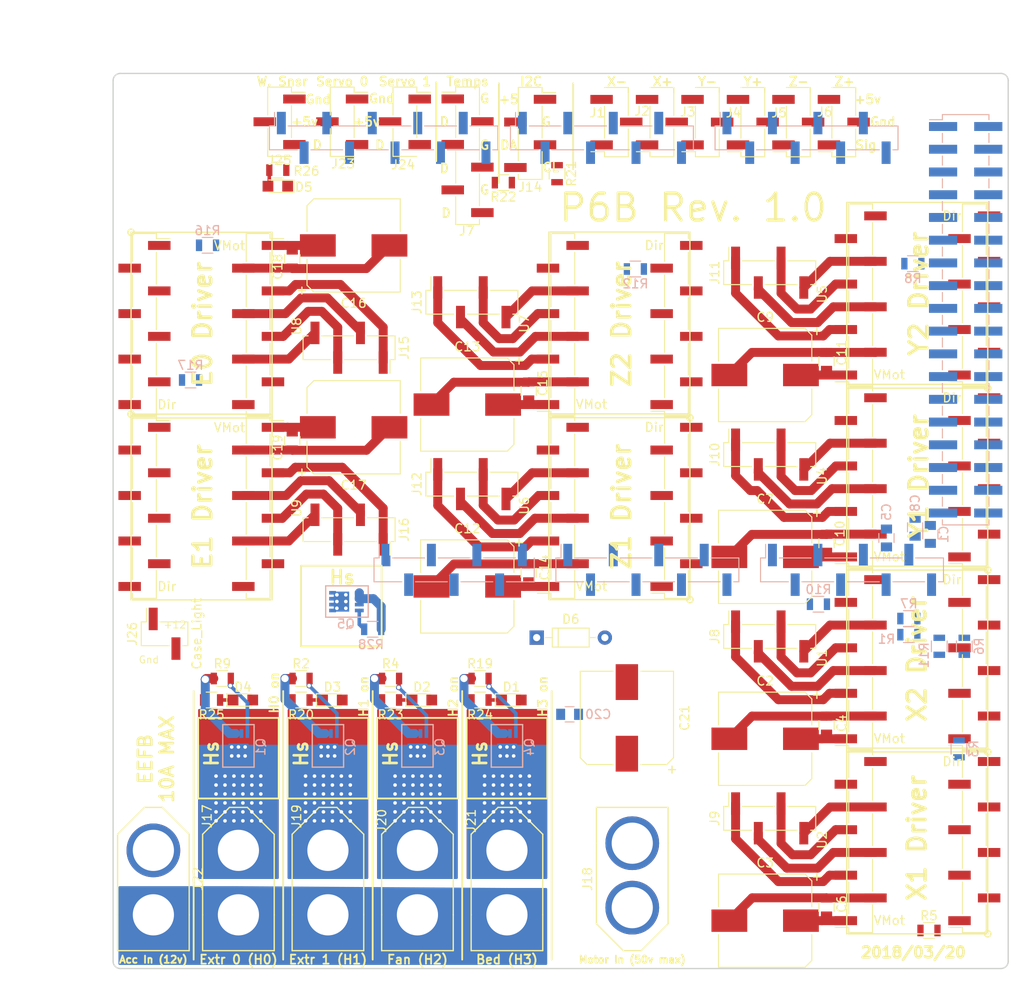
<source format=kicad_pcb>
(kicad_pcb (version 4) (host pcbnew 4.0.7+dfsg1-1~bpo8+1)
  (layers (0 F.Cu signal) (31 B.Cu signal) (34 B.Paste user) (35 F.Paste user) (36 B.SilkS user) (37 F.SilkS user) (38 B.Mask user) (39 F.Mask user) (44 Edge.Cuts user))
  (net 0 "")
  (net 1 THERM2)
  (net 2 GND)
  (net 3 MOT_PWR)
  (net 4 THERM0)
  (net 5 THERM1)
  (net 6 +12V)
  (net 7 "Net-(D5-Pad2)")
  (net 8 "Net-(D6-Pad1)")
  (net 9 XMIN)
  (net 10 +5V)
  (net 11 XMAX)
  (net 12 YMIN)
  (net 13 YMAX)
  (net 14 ZMIN)
  (net 15 ZMAX)
  (net 16 "Net-(J8-Pad2)")
  (net 17 "Net-(J8-Pad4)")
  (net 18 "Net-(J8-Pad1)")
  (net 19 "Net-(J8-Pad3)")
  (net 20 "Net-(J9-Pad2)")
  (net 21 "Net-(J9-Pad4)")
  (net 22 "Net-(J9-Pad1)")
  (net 23 "Net-(J9-Pad3)")
  (net 24 "Net-(J10-Pad2)")
  (net 25 "Net-(J10-Pad4)")
  (net 26 "Net-(J10-Pad1)")
  (net 27 "Net-(J10-Pad3)")
  (net 28 "Net-(J11-Pad2)")
  (net 29 "Net-(J11-Pad4)")
  (net 30 "Net-(J11-Pad1)")
  (net 31 "Net-(J11-Pad3)")
  (net 32 "Net-(J12-Pad2)")
  (net 33 "Net-(J12-Pad4)")
  (net 34 "Net-(J12-Pad1)")
  (net 35 "Net-(J12-Pad3)")
  (net 36 "Net-(J13-Pad2)")
  (net 37 "Net-(J13-Pad4)")
  (net 38 "Net-(J13-Pad1)")
  (net 39 "Net-(J13-Pad3)")
  (net 40 I2C_SCL)
  (net 41 I2C_SDA)
  (net 42 "Net-(J15-Pad2)")
  (net 43 "Net-(J15-Pad4)")
  (net 44 "Net-(J15-Pad1)")
  (net 45 "Net-(J15-Pad3)")
  (net 46 "Net-(J16-Pad2)")
  (net 47 "Net-(J16-Pad4)")
  (net 48 "Net-(J16-Pad1)")
  (net 49 "Net-(J16-Pad3)")
  (net 50 "Net-(J17-Pad1)")
  (net 51 "Net-(J19-Pad1)")
  (net 52 "Net-(J20-Pad1)")
  (net 53 "Net-(J21-Pad1)")
  (net 54 X2EN)
  (net 55 XEN)
  (net 56 YEN)
  (net 57 Y2EN)
  (net 58 ZEN)
  (net 59 Z2EN)
  (net 60 HEATER0)
  (net 61 HEATER1)
  (net 62 HEATER2)
  (net 63 E0EN)
  (net 64 E1EN)
  (net 65 HEATER3)
  (net 66 LED)
  (net 67 "Net-(D1-Pad1)")
  (net 68 "Net-(D2-Pad1)")
  (net 69 "Net-(D3-Pad1)")
  (net 70 "Net-(D4-Pad1)")
  (net 71 SPI_MOSI)
  (net 72 X2SPI_CS)
  (net 73 "Net-(U1-Pad6)")
  (net 74 X2DIR)
  (net 75 SPI_SCK)
  (net 76 SPI_MISO)
  (net 77 X2STEP)
  (net 78 XSPI_CS)
  (net 79 "Net-(U2-Pad6)")
  (net 80 XDIR)
  (net 81 XSTEP)
  (net 82 YSPI_CS)
  (net 83 "Net-(U4-Pad6)")
  (net 84 YDIR)
  (net 85 YSTEP)
  (net 86 Y2SPI_CS)
  (net 87 "Net-(U5-Pad6)")
  (net 88 Y2DIR)
  (net 89 Y2STEP)
  (net 90 ZSPI_CS)
  (net 91 "Net-(U6-Pad6)")
  (net 92 ZDIR)
  (net 93 ZSTEP)
  (net 94 Z2SPI_CS)
  (net 95 "Net-(U7-Pad6)")
  (net 96 Z2DIR)
  (net 97 Z2STEP)
  (net 98 E0SPI_CS)
  (net 99 "Net-(U8-Pad6)")
  (net 100 E0DIR)
  (net 101 E0STEP)
  (net 102 E1SPI_CS)
  (net 103 "Net-(U9-Pad6)")
  (net 104 E1DIR)
  (net 105 E1STEP)
  (net 106 "Net-(U3-Pad70)")
  (net 107 "Net-(U3-Pad73)")
  (net 108 "Net-(U3-Pad12)")
  (net 109 "Net-(U3-Pad74)")
  (net 110 "Net-(U3-Pad57)")
  (net 111 "Net-(U3-Pad58)")
  (net 112 "Net-(U3-Pad63)")
  (net 113 "Net-(U3-Pad65)")
  (net 114 "Net-(U3-Pad64)")
  (net 115 "Net-(U3-Pad66)")
  (net 116 "Net-(U3-Pad4)")
  (net 117 "Net-(U3-Pad0)")
  (net 118 "Net-(U3-Pad1)")
  (net 119 "Net-(U3-Pad17)")
  (net 120 "Net-(U3-Pad16)")
  (net 121 "Net-(U3-Pad22)")
  (net 122 "Net-(U3-Pad45)")
  (net 123 SDCARDSPI_CS)
  (net 124 SERVO0)
  (net 125 SERVO1)
  (net 126 WidthSensor)
  (net 127 "Net-(J26-Pad1)")
  (net 128 CASELIGHT)
  (net 129 "Net-(U3-Pad77)")
  (net 130 "Net-(U3-Pad80)")
  (net 131 "Net-(U3-Pad81)")
  (net 132 "Net-(U3-Pad78)")
  (net 133 "Net-(U3-Pad79)")
  (module Capacitors_SMD:C_0805 (layer B.Cu) (at 191.3 101.5 90)
    (fp_text reference C1 (at 0 1.5 90) (layer B.SilkS) (effects (justify mirror)))
    (fp_text value 2.2uF)
    (pad 1 smd rect (at -1 0 90) (size 1 1.25) (layers B.Cu B.Paste B.Mask) (net 1 THERM2))
    (pad 2 smd rect (at 1 0 90) (size 1 1.25) (layers B.Cu B.Paste B.Mask) (net 2 GND))
  )
  (module Capacitors_SMD:CP_Elec_10x10.5 (layer F.Cu) (at 172.847 124.333 180)
    (fp_text reference C2 (at 0 6.46 180) (layer F.SilkS))
    (fp_text value "100uF 50V")
    (fp_text user + (at -5.78 4.97 180) (layer F.SilkS))
    (pad 1 smd rect (at -4 0) (size 4 2.5) (layers F.Cu F.Paste F.Mask) (net 3 MOT_PWR))
    (pad 2 smd rect (at 4 0) (size 4 2.5) (layers F.Cu F.Paste F.Mask) (net 2 GND))
  )
  (module Capacitors_SMD:CP_Elec_10x10.5 (layer F.Cu) (at 172.847 144.653 180)
    (fp_text reference C3 (at 0 6.46 180) (layer F.SilkS))
    (fp_text value "100uF 50V")
    (fp_text user + (at -5.78 4.97 180) (layer F.SilkS))
    (pad 1 smd rect (at -4 0) (size 4 2.5) (layers F.Cu F.Paste F.Mask) (net 3 MOT_PWR))
    (pad 2 smd rect (at 4 0) (size 4 2.5) (layers F.Cu F.Paste F.Mask) (net 2 GND))
  )
  (module Capacitors_SMD:C_0805 (layer F.Cu) (at 179.705 122.809 270)
    (fp_text reference C4 (at -0.209 -1.695 270) (layer F.SilkS))
    (fp_text value "0.1uF 50V")
    (pad 1 smd rect (at -1 0 270) (size 1 1.25) (layers F.Cu F.Paste F.Mask) (net 2 GND))
    (pad 2 smd rect (at 1 0 270) (size 1 1.25) (layers F.Cu F.Paste F.Mask) (net 3 MOT_PWR))
  )
  (module Capacitors_SMD:C_0805 (layer B.Cu) (at 186.4 101.9 90)
    (fp_text reference C5 (at 2.9 0 90) (layer B.SilkS) (effects (justify mirror)))
    (fp_text value 2.2uF)
    (pad 1 smd rect (at -1 0 90) (size 1 1.25) (layers B.Cu B.Paste B.Mask) (net 4 THERM0))
    (pad 2 smd rect (at 1 0 90) (size 1 1.25) (layers B.Cu B.Paste B.Mask) (net 2 GND))
  )
  (module Capacitors_SMD:C_0805 (layer F.Cu) (at 179.705 143.129 270)
    (fp_text reference C6 (at -0.329 -1.695 270) (layer F.SilkS))
    (fp_text value "0.1uF 50V")
    (pad 1 smd rect (at -1 0 270) (size 1 1.25) (layers F.Cu F.Paste F.Mask) (net 2 GND))
    (pad 2 smd rect (at 1 0 270) (size 1 1.25) (layers F.Cu F.Paste F.Mask) (net 3 MOT_PWR))
  )
  (module Capacitors_SMD:CP_Elec_10x10.5 (layer F.Cu) (at 172.847 104.013 180)
    (fp_text reference C7 (at 0 6.46 180) (layer F.SilkS))
    (fp_text value "100uF 50V")
    (fp_text user + (at -5.78 4.97 180) (layer F.SilkS))
    (pad 1 smd rect (at -4 0) (size 4 2.5) (layers F.Cu F.Paste F.Mask) (net 3 MOT_PWR))
    (pad 2 smd rect (at 4 0) (size 4 2.5) (layers F.Cu F.Paste F.Mask) (net 2 GND))
  )
  (module Capacitors_SMD:C_0805 (layer B.Cu) (at 189.6 100.7 90)
    (fp_text reference C8 (at 2.7 0 90) (layer B.SilkS) (effects (justify mirror)))
    (fp_text value 2.2uF)
    (pad 1 smd rect (at -1 0 90) (size 1 1.25) (layers B.Cu B.Paste B.Mask) (net 5 THERM1))
    (pad 2 smd rect (at 1 0 90) (size 1 1.25) (layers B.Cu B.Paste B.Mask) (net 2 GND))
  )
  (module Capacitors_SMD:CP_Elec_10x10.5 (layer F.Cu) (at 172.847 83.693 180)
    (fp_text reference C9 (at 0 6.46 180) (layer F.SilkS))
    (fp_text value "100uF 50V")
    (fp_text user + (at -5.78 4.97 180) (layer F.SilkS))
    (pad 1 smd rect (at -4 0) (size 4 2.5) (layers F.Cu F.Paste F.Mask) (net 3 MOT_PWR))
    (pad 2 smd rect (at 4 0) (size 4 2.5) (layers F.Cu F.Paste F.Mask) (net 2 GND))
  )
  (module Capacitors_SMD:C_0805 (layer F.Cu) (at 179.705 102.489 270)
    (fp_text reference C10 (at -1.089 -1.495 270) (layer F.SilkS))
    (fp_text value "0.1uF 50V")
    (pad 1 smd rect (at -1 0 270) (size 1 1.25) (layers F.Cu F.Paste F.Mask) (net 2 GND))
    (pad 2 smd rect (at 1 0 270) (size 1 1.25) (layers F.Cu F.Paste F.Mask) (net 3 MOT_PWR))
  )
  (module Capacitors_SMD:C_0805 (layer F.Cu) (at 179.705 82.169 270)
    (fp_text reference C11 (at -0.969 -1.695 270) (layer F.SilkS))
    (fp_text value "0.1uF 50V")
    (pad 1 smd rect (at -1 0 270) (size 1 1.25) (layers F.Cu F.Paste F.Mask) (net 2 GND))
    (pad 2 smd rect (at 1 0 270) (size 1 1.25) (layers F.Cu F.Paste F.Mask) (net 3 MOT_PWR))
  )
  (module Capacitors_SMD:CP_Elec_10x10.5 (layer F.Cu) (at 139.573 107.315 180)
    (fp_text reference C12 (at 0 6.46 180) (layer F.SilkS))
    (fp_text value "100uF 50V")
    (fp_text user + (at -5.78 4.97 180) (layer F.SilkS))
    (pad 1 smd rect (at -4 0) (size 4 2.5) (layers F.Cu F.Paste F.Mask) (net 3 MOT_PWR))
    (pad 2 smd rect (at 4 0) (size 4 2.5) (layers F.Cu F.Paste F.Mask) (net 2 GND))
  )
  (module Capacitors_SMD:CP_Elec_10x10.5 (layer F.Cu) (at 139.573 86.995 180)
    (fp_text reference C13 (at 0 6.46 180) (layer F.SilkS))
    (fp_text value "100uF 50V")
    (fp_text user + (at -5.78 4.97 180) (layer F.SilkS))
    (pad 1 smd rect (at -4 0) (size 4 2.5) (layers F.Cu F.Paste F.Mask) (net 3 MOT_PWR))
    (pad 2 smd rect (at 4 0) (size 4 2.5) (layers F.Cu F.Paste F.Mask) (net 2 GND))
  )
  (module Capacitors_SMD:C_0805 (layer F.Cu) (at 146.431 105.791 270)
    (fp_text reference C14 (at -0.591 -1.769 270) (layer F.SilkS))
    (fp_text value "0.1uF 50V")
    (pad 1 smd rect (at -1 0 270) (size 1 1.25) (layers F.Cu F.Paste F.Mask) (net 2 GND))
    (pad 2 smd rect (at 1 0 270) (size 1 1.25) (layers F.Cu F.Paste F.Mask) (net 3 MOT_PWR))
  )
  (module Capacitors_SMD:C_0805 (layer F.Cu) (at 146.431 85.471 270)
    (fp_text reference C15 (at -0.871 -1.569 270) (layer F.SilkS))
    (fp_text value "0.1uF 50V")
    (pad 1 smd rect (at -1 0 270) (size 1 1.25) (layers F.Cu F.Paste F.Mask) (net 2 GND))
    (pad 2 smd rect (at 1 0 270) (size 1 1.25) (layers F.Cu F.Paste F.Mask) (net 3 MOT_PWR))
  )
  (module Capacitors_SMD:CP_Elec_10x10.5 (layer F.Cu) (at 126.873 69.215)
    (fp_text reference C16 (at 0 6.46) (layer F.SilkS))
    (fp_text value "100uF 50V")
    (fp_text user + (at -5.78 4.97) (layer F.SilkS))
    (pad 1 smd rect (at -4 0 180) (size 4 2.5) (layers F.Cu F.Paste F.Mask) (net 3 MOT_PWR))
    (pad 2 smd rect (at 4 0 180) (size 4 2.5) (layers F.Cu F.Paste F.Mask) (net 2 GND))
  )
  (module Capacitors_SMD:CP_Elec_10x10.5 (layer F.Cu) (at 126.873 89.535)
    (fp_text reference C17 (at 0 6.46) (layer F.SilkS))
    (fp_text value "100uF 50V")
    (fp_text user + (at -5.78 4.97) (layer F.SilkS))
    (pad 1 smd rect (at -4 0 180) (size 4 2.5) (layers F.Cu F.Paste F.Mask) (net 3 MOT_PWR))
    (pad 2 smd rect (at 4 0 180) (size 4 2.5) (layers F.Cu F.Paste F.Mask) (net 2 GND))
  )
  (module Capacitors_SMD:C_0805 (layer F.Cu) (at 120.015 70.739 90)
    (fp_text reference C18 (at -0.861 -1.615 90) (layer F.SilkS))
    (fp_text value "0.1uF 50V")
    (pad 1 smd rect (at -1 0 90) (size 1 1.25) (layers F.Cu F.Paste F.Mask) (net 2 GND))
    (pad 2 smd rect (at 1 0 90) (size 1 1.25) (layers F.Cu F.Paste F.Mask) (net 3 MOT_PWR))
  )
  (module Capacitors_SMD:C_0805 (layer F.Cu) (at 120.015 91.059 90)
    (fp_text reference C19 (at -0.741 -1.615 90) (layer F.SilkS))
    (fp_text value "0.1uF 50V")
    (pad 1 smd rect (at -1 0 90) (size 1 1.25) (layers F.Cu F.Paste F.Mask) (net 2 GND))
    (pad 2 smd rect (at 1 0 90) (size 1 1.25) (layers F.Cu F.Paste F.Mask) (net 3 MOT_PWR))
  )
  (module LEDs:LED_0805 (layer F.Cu) (at 144.5 120)
    (fp_text reference D1 (at 0 -1.45) (layer F.SilkS))
    (fp_text value LED)
    (pad 2 smd rect (at 1.1 0 180) (size 1.2 1.2) (layers F.Cu F.Paste F.Mask) (net 6 +12V))
    (pad 1 smd rect (at -1.1 0 180) (size 1.2 1.2) (layers F.Cu F.Paste F.Mask) (net 67 "Net-(D1-Pad1)"))
  )
  (module LEDs:LED_0805 (layer F.Cu) (at 134.5 120)
    (fp_text reference D2 (at 0 -1.45) (layer F.SilkS))
    (fp_text value LED)
    (pad 2 smd rect (at 1.1 0 180) (size 1.2 1.2) (layers F.Cu F.Paste F.Mask) (net 6 +12V))
    (pad 1 smd rect (at -1.1 0 180) (size 1.2 1.2) (layers F.Cu F.Paste F.Mask) (net 68 "Net-(D2-Pad1)"))
  )
  (module LEDs:LED_0805 (layer F.Cu) (at 124.5 120)
    (fp_text reference D3 (at 0 -1.45) (layer F.SilkS))
    (fp_text value LED)
    (pad 2 smd rect (at 1.1 0 180) (size 1.2 1.2) (layers F.Cu F.Paste F.Mask) (net 6 +12V))
    (pad 1 smd rect (at -1.1 0 180) (size 1.2 1.2) (layers F.Cu F.Paste F.Mask) (net 69 "Net-(D3-Pad1)"))
  )
  (module LEDs:LED_0805 (layer F.Cu) (at 114.5 120)
    (fp_text reference D4 (at 0 -1.45) (layer F.SilkS))
    (fp_text value LED)
    (pad 2 smd rect (at 1.1 0 180) (size 1.2 1.2) (layers F.Cu F.Paste F.Mask) (net 6 +12V))
    (pad 1 smd rect (at -1.1 0 180) (size 1.2 1.2) (layers F.Cu F.Paste F.Mask) (net 70 "Net-(D4-Pad1)"))
  )
  (module LEDs:LED_0805 (layer F.Cu) (at 118.4 62.6 180)
    (fp_text reference D5 (at -2.9 -0.1 180) (layer F.SilkS))
    (fp_text value LED)
    (pad 2 smd rect (at 1.1 0) (size 1.2 1.2) (layers F.Cu F.Paste F.Mask) (net 7 "Net-(D5-Pad2)"))
    (pad 1 smd rect (at -1.1 0) (size 1.2 1.2) (layers F.Cu F.Paste F.Mask) (net 2 GND))
  )
  (module Diodes_THT:D_DO-35_SOD27_P7.62mm_Horizontal (layer F.Cu) (at 147.32 113.03)
    (fp_text reference D6 (at 3.81 -2.06) (layer F.SilkS))
    (fp_text value D)
    (pad 1 thru_hole rect (at 0 0) (size 1.6 1.6) (drill 0.8) (layers *.Cu *.Mask) (net 8 "Net-(D6-Pad1)"))
    (pad 2 thru_hole oval (at 7.62 0) (size 1.6 1.6) (drill 0.8) (layers *.Cu *.Mask) (net 6 +12V))
  )
  (module Pin_Headers:Pin_Header_Straight_1x06_Pitch2.54mm_SMD_Pin1Left (layer F.Cu) (at 139.6 59.2)
    (fp_text reference J7 (at -0.1 8.4) (layer F.SilkS))
    (fp_text value Thermistors)
    (pad 1 smd rect (at -1.655 -6.35) (size 2.51 1) (layers F.Cu F.Paste F.Mask) (net 2 GND))
    (pad 3 smd rect (at -1.655 -1.27) (size 2.51 1) (layers F.Cu F.Paste F.Mask) (net 2 GND))
    (pad 5 smd rect (at -1.655 3.81) (size 2.51 1) (layers F.Cu F.Paste F.Mask) (net 2 GND))
    (pad 2 smd rect (at 1.655 -3.81) (size 2.51 1) (layers F.Cu F.Paste F.Mask) (net 4 THERM0))
    (pad 4 smd rect (at 1.655 1.27) (size 2.51 1) (layers F.Cu F.Paste F.Mask) (net 5 THERM1))
    (pad 6 smd rect (at 1.655 6.35) (size 2.51 1) (layers F.Cu F.Paste F.Mask) (net 1 THERM2))
  )
  (module Pin_Headers:Pin_Header_Straight_1x04_Pitch2.54mm_SMD_Pin1Right (layer F.Cu) (at 173.355 112.903 90)
    (fp_text reference J8 (at 0 -6.14 90) (layer F.SilkS))
    (fp_text value Motor_X2)
    (pad 2 smd rect (at -1.655 -1.27 90) (size 2.51 1) (layers F.Cu F.Paste F.Mask) (net 16 "Net-(J8-Pad2)"))
    (pad 4 smd rect (at -1.655 3.81 90) (size 2.51 1) (layers F.Cu F.Paste F.Mask) (net 17 "Net-(J8-Pad4)"))
    (pad 1 smd rect (at 1.655 -3.81 90) (size 2.51 1) (layers F.Cu F.Paste F.Mask) (net 18 "Net-(J8-Pad1)"))
    (pad 3 smd rect (at 1.655 1.27 90) (size 2.51 1) (layers F.Cu F.Paste F.Mask) (net 19 "Net-(J8-Pad3)"))
  )
  (module Pin_Headers:Pin_Header_Straight_1x04_Pitch2.54mm_SMD_Pin1Right (layer F.Cu) (at 173.355 133.223 90)
    (fp_text reference J9 (at 0 -6.14 90) (layer F.SilkS))
    (fp_text value Motor_X1)
    (pad 2 smd rect (at -1.655 -1.27 90) (size 2.51 1) (layers F.Cu F.Paste F.Mask) (net 20 "Net-(J9-Pad2)"))
    (pad 4 smd rect (at -1.655 3.81 90) (size 2.51 1) (layers F.Cu F.Paste F.Mask) (net 21 "Net-(J9-Pad4)"))
    (pad 1 smd rect (at 1.655 -3.81 90) (size 2.51 1) (layers F.Cu F.Paste F.Mask) (net 22 "Net-(J9-Pad1)"))
    (pad 3 smd rect (at 1.655 1.27 90) (size 2.51 1) (layers F.Cu F.Paste F.Mask) (net 23 "Net-(J9-Pad3)"))
  )
  (module Pin_Headers:Pin_Header_Straight_1x04_Pitch2.54mm_SMD_Pin1Right (layer F.Cu) (at 173.355 92.583 90)
    (fp_text reference J10 (at 0 -6.14 90) (layer F.SilkS))
    (fp_text value Motor_Y1)
    (pad 2 smd rect (at -1.655 -1.27 90) (size 2.51 1) (layers F.Cu F.Paste F.Mask) (net 24 "Net-(J10-Pad2)"))
    (pad 4 smd rect (at -1.655 3.81 90) (size 2.51 1) (layers F.Cu F.Paste F.Mask) (net 25 "Net-(J10-Pad4)"))
    (pad 1 smd rect (at 1.655 -3.81 90) (size 2.51 1) (layers F.Cu F.Paste F.Mask) (net 26 "Net-(J10-Pad1)"))
    (pad 3 smd rect (at 1.655 1.27 90) (size 2.51 1) (layers F.Cu F.Paste F.Mask) (net 27 "Net-(J10-Pad3)"))
  )
  (module Pin_Headers:Pin_Header_Straight_1x04_Pitch2.54mm_SMD_Pin1Right (layer F.Cu) (at 173.355 72.263 90)
    (fp_text reference J11 (at 0 -6.14 90) (layer F.SilkS))
    (fp_text value Motor_Y2)
    (pad 2 smd rect (at -1.655 -1.27 90) (size 2.51 1) (layers F.Cu F.Paste F.Mask) (net 28 "Net-(J11-Pad2)"))
    (pad 4 smd rect (at -1.655 3.81 90) (size 2.51 1) (layers F.Cu F.Paste F.Mask) (net 29 "Net-(J11-Pad4)"))
    (pad 1 smd rect (at 1.655 -3.81 90) (size 2.51 1) (layers F.Cu F.Paste F.Mask) (net 30 "Net-(J11-Pad1)"))
    (pad 3 smd rect (at 1.655 1.27 90) (size 2.51 1) (layers F.Cu F.Paste F.Mask) (net 31 "Net-(J11-Pad3)"))
  )
  (module Pin_Headers:Pin_Header_Straight_1x04_Pitch2.54mm_SMD_Pin1Right (layer F.Cu) (at 140.081 95.885 90)
    (fp_text reference J12 (at 0 -6.14 90) (layer F.SilkS))
    (fp_text value Motor_Z1)
    (pad 2 smd rect (at -1.655 -1.27 90) (size 2.51 1) (layers F.Cu F.Paste F.Mask) (net 32 "Net-(J12-Pad2)"))
    (pad 4 smd rect (at -1.655 3.81 90) (size 2.51 1) (layers F.Cu F.Paste F.Mask) (net 33 "Net-(J12-Pad4)"))
    (pad 1 smd rect (at 1.655 -3.81 90) (size 2.51 1) (layers F.Cu F.Paste F.Mask) (net 34 "Net-(J12-Pad1)"))
    (pad 3 smd rect (at 1.655 1.27 90) (size 2.51 1) (layers F.Cu F.Paste F.Mask) (net 35 "Net-(J12-Pad3)"))
  )
  (module Pin_Headers:Pin_Header_Straight_1x04_Pitch2.54mm_SMD_Pin1Right (layer F.Cu) (at 140.081 75.565 90)
    (fp_text reference J13 (at 0 -6.14 90) (layer F.SilkS))
    (fp_text value Motor_Z2)
    (pad 2 smd rect (at -1.655 -1.27 90) (size 2.51 1) (layers F.Cu F.Paste F.Mask) (net 36 "Net-(J13-Pad2)"))
    (pad 4 smd rect (at -1.655 3.81 90) (size 2.51 1) (layers F.Cu F.Paste F.Mask) (net 37 "Net-(J13-Pad4)"))
    (pad 1 smd rect (at 1.655 -3.81 90) (size 2.51 1) (layers F.Cu F.Paste F.Mask) (net 38 "Net-(J13-Pad1)"))
    (pad 3 smd rect (at 1.655 1.27 90) (size 2.51 1) (layers F.Cu F.Paste F.Mask) (net 39 "Net-(J13-Pad3)"))
  )
  (module Pin_Headers:Pin_Header_Straight_1x04_Pitch2.54mm_SMD_Pin1Right (layer F.Cu) (at 146.6 56.7)
    (fp_text reference J14 (at 0 6) (layer F.SilkS))
    (fp_text value I2C)
    (pad 2 smd rect (at -1.655 -1.27) (size 2.51 1) (layers F.Cu F.Paste F.Mask) (net 2 GND))
    (pad 4 smd rect (at -1.655 3.81) (size 2.51 1) (layers F.Cu F.Paste F.Mask) (net 40 I2C_SCL))
    (pad 1 smd rect (at 1.655 -3.81) (size 2.51 1) (layers F.Cu F.Paste F.Mask) (net 10 +5V))
    (pad 3 smd rect (at 1.655 1.27) (size 2.51 1) (layers F.Cu F.Paste F.Mask) (net 41 I2C_SDA))
  )
  (module Pin_Headers:Pin_Header_Straight_1x04_Pitch2.54mm_SMD_Pin1Right (layer F.Cu) (at 126.365 80.645 270)
    (fp_text reference J15 (at 0 -6.14 270) (layer F.SilkS))
    (fp_text value Motor_E0)
    (pad 2 smd rect (at -1.655 -1.27 270) (size 2.51 1) (layers F.Cu F.Paste F.Mask) (net 42 "Net-(J15-Pad2)"))
    (pad 4 smd rect (at -1.655 3.81 270) (size 2.51 1) (layers F.Cu F.Paste F.Mask) (net 43 "Net-(J15-Pad4)"))
    (pad 1 smd rect (at 1.655 -3.81 270) (size 2.51 1) (layers F.Cu F.Paste F.Mask) (net 44 "Net-(J15-Pad1)"))
    (pad 3 smd rect (at 1.655 1.27 270) (size 2.51 1) (layers F.Cu F.Paste F.Mask) (net 45 "Net-(J15-Pad3)"))
  )
  (module Pin_Headers:Pin_Header_Straight_1x04_Pitch2.54mm_SMD_Pin1Right (layer F.Cu) (at 126.365 100.965 270)
    (fp_text reference J16 (at 0 -6.14 270) (layer F.SilkS))
    (fp_text value Motor_E1)
    (pad 2 smd rect (at -1.655 -1.27 270) (size 2.51 1) (layers F.Cu F.Paste F.Mask) (net 46 "Net-(J16-Pad2)"))
    (pad 4 smd rect (at -1.655 3.81 270) (size 2.51 1) (layers F.Cu F.Paste F.Mask) (net 47 "Net-(J16-Pad4)"))
    (pad 1 smd rect (at 1.655 -3.81 270) (size 2.51 1) (layers F.Cu F.Paste F.Mask) (net 48 "Net-(J16-Pad1)"))
    (pad 3 smd rect (at 1.655 1.27 270) (size 2.51 1) (layers F.Cu F.Paste F.Mask) (net 49 "Net-(J16-Pad3)"))
  )
  (module mysensors_arduino:XT60_Land_THT (layer F.Cu) (at 114 144 90)
    (fp_text reference J17 (at 11 -3.5 90) (layer F.SilkS))
    (fp_text value Conn_Heater0)
    (pad 1 thru_hole circle (at 7.2 0 90) (size 6 6) (drill 4.6) (layers *.Cu *.Mask) (net 50 "Net-(J17-Pad1)"))
    (pad 2 thru_hole circle (at 0 0 90) (size 6 6) (drill 4.6) (layers *.Cu *.Mask) (net 6 +12V))
  )
  (module mysensors_arduino:XT60_Land_THT (layer F.Cu) (at 124 144 90)
    (fp_text reference J19 (at 11 -3.5 90) (layer F.SilkS))
    (fp_text value Conn_Heater1)
    (pad 1 thru_hole circle (at 7.2 0 90) (size 6 6) (drill 4.6) (layers *.Cu *.Mask) (net 51 "Net-(J19-Pad1)"))
    (pad 2 thru_hole circle (at 0 0 90) (size 6 6) (drill 4.6) (layers *.Cu *.Mask) (net 6 +12V))
  )
  (module mysensors_arduino:XT60_Land_THT (layer F.Cu) (at 134 144 90)
    (fp_text reference J20 (at 10.5 -4 90) (layer F.SilkS))
    (fp_text value Conn_Heater2)
    (pad 1 thru_hole circle (at 7.2 0 90) (size 6 6) (drill 4.6) (layers *.Cu *.Mask) (net 52 "Net-(J20-Pad1)"))
    (pad 2 thru_hole circle (at 0 0 90) (size 6 6) (drill 4.6) (layers *.Cu *.Mask) (net 6 +12V))
  )
  (module mysensors_arduino:XT60_Land_THT (layer F.Cu) (at 144 144 90)
    (fp_text reference J21 (at 10.5 -4 90) (layer F.SilkS))
    (fp_text value Conn_Heater3)
    (pad 1 thru_hole circle (at 7.2 0 90) (size 6 6) (drill 4.6) (layers *.Cu *.Mask) (net 53 "Net-(J21-Pad1)"))
    (pad 2 thru_hole circle (at 0 0 90) (size 6 6) (drill 4.6) (layers *.Cu *.Mask) (net 6 +12V))
  )
  (module Resistors_SMD:R_0805 (layer B.Cu) (at 188.9 112.7 180)
    (fp_text reference R1 (at 2.5 -0.5 180) (layer B.SilkS) (effects (justify mirror)))
    (fp_text value 4.7k)
    (pad 1 smd rect (at -0.95 0 180) (size 0.7 1.3) (layers B.Cu B.Paste B.Mask) (net 5 THERM1))
    (pad 2 smd rect (at 0.95 0 180) (size 0.7 1.3) (layers B.Cu B.Paste B.Mask) (net 10 +5V))
  )
  (module Resistors_SMD:R_0805 (layer F.Cu) (at 121 117.6)
    (fp_text reference R2 (at 0 -1.65) (layer F.SilkS))
    (fp_text value 100k)
    (pad 1 smd rect (at -0.95 0) (size 0.7 1.3) (layers F.Cu F.Paste F.Mask) (net 2 GND))
    (pad 2 smd rect (at 0.95 0) (size 0.7 1.3) (layers F.Cu F.Paste F.Mask) (net 61 HEATER1))
  )
  (module Resistors_SMD:R_0805 (layer B.Cu) (at 194.5 125.45 90)
    (fp_text reference R3 (at 0 1.65 90) (layer B.SilkS) (effects (justify mirror)))
    (fp_text value 10k)
    (pad 1 smd rect (at -0.95 0 90) (size 0.7 1.3) (layers B.Cu B.Paste B.Mask) (net 10 +5V))
    (pad 2 smd rect (at 0.95 0 90) (size 0.7 1.3) (layers B.Cu B.Paste B.Mask) (net 54 X2EN))
  )
  (module Resistors_SMD:R_0805 (layer F.Cu) (at 131 117.6)
    (fp_text reference R4 (at 0 -1.65) (layer F.SilkS))
    (fp_text value 100k)
    (pad 1 smd rect (at -0.95 0) (size 0.7 1.3) (layers F.Cu F.Paste F.Mask) (net 2 GND))
    (pad 2 smd rect (at 0.95 0) (size 0.7 1.3) (layers F.Cu F.Paste F.Mask) (net 62 HEATER2))
  )
  (module Resistors_SMD:R_0805 (layer F.Cu) (at 191.15 145.75)
    (fp_text reference R5 (at 0 -1.65) (layer F.SilkS))
    (fp_text value 10k)
    (pad 1 smd rect (at -0.95 0) (size 0.7 1.3) (layers F.Cu F.Paste F.Mask) (net 10 +5V))
    (pad 2 smd rect (at 0.95 0) (size 0.7 1.3) (layers F.Cu F.Paste F.Mask) (net 55 XEN))
  )
  (module Resistors_SMD:R_0805 (layer B.Cu) (at 195.1 114 90)
    (fp_text reference R6 (at 0 1.65 90) (layer B.SilkS) (effects (justify mirror)))
    (fp_text value 10k)
    (pad 1 smd rect (at -0.95 0 90) (size 0.7 1.3) (layers B.Cu B.Paste B.Mask) (net 10 +5V))
    (pad 2 smd rect (at 0.95 0 90) (size 0.7 1.3) (layers B.Cu B.Paste B.Mask) (net 56 YEN))
  )
  (module Resistors_SMD:R_0805 (layer B.Cu) (at 188.9 110.9 180)
    (fp_text reference R7 (at 0 1.65 180) (layer B.SilkS) (effects (justify mirror)))
    (fp_text value 4.7k)
    (pad 1 smd rect (at -0.95 0 180) (size 0.7 1.3) (layers B.Cu B.Paste B.Mask) (net 4 THERM0))
    (pad 2 smd rect (at 0.95 0 180) (size 0.7 1.3) (layers B.Cu B.Paste B.Mask) (net 10 +5V))
  )
  (module Resistors_SMD:R_0805 (layer B.Cu) (at 189.35 71.25)
    (fp_text reference R8 (at 0 1.65) (layer B.SilkS) (effects (justify mirror)))
    (fp_text value 10k)
    (pad 1 smd rect (at -0.95 0) (size 0.7 1.3) (layers B.Cu B.Paste B.Mask) (net 10 +5V))
    (pad 2 smd rect (at 0.95 0) (size 0.7 1.3) (layers B.Cu B.Paste B.Mask) (net 57 Y2EN))
  )
  (module Resistors_SMD:R_0805 (layer F.Cu) (at 112.2 117.6)
    (fp_text reference R9 (at 0 -1.65) (layer F.SilkS))
    (fp_text value 100k)
    (pad 1 smd rect (at -0.95 0) (size 0.7 1.3) (layers F.Cu F.Paste F.Mask) (net 2 GND))
    (pad 2 smd rect (at 0.95 0) (size 0.7 1.3) (layers F.Cu F.Paste F.Mask) (net 60 HEATER0))
  )
  (module Resistors_SMD:R_0805 (layer B.Cu) (at 178.8 109.3 180)
    (fp_text reference R10 (at 0 1.65 180) (layer B.SilkS) (effects (justify mirror)))
    (fp_text value 10k)
    (pad 1 smd rect (at -0.95 0 180) (size 0.7 1.3) (layers B.Cu B.Paste B.Mask) (net 10 +5V))
    (pad 2 smd rect (at 0.95 0 180) (size 0.7 1.3) (layers B.Cu B.Paste B.Mask) (net 58 ZEN))
  )
  (module Resistors_SMD:R_0805 (layer B.Cu) (at 192.3 114 270)
    (fp_text reference R11 (at 1 1.7 270) (layer B.SilkS) (effects (justify mirror)))
    (fp_text value 4.7k)
    (pad 1 smd rect (at -0.95 0 270) (size 0.7 1.3) (layers B.Cu B.Paste B.Mask) (net 1 THERM2))
    (pad 2 smd rect (at 0.95 0 270) (size 0.7 1.3) (layers B.Cu B.Paste B.Mask) (net 10 +5V))
  )
  (module Resistors_SMD:R_0805 (layer B.Cu) (at 158.35 71.85)
    (fp_text reference R12 (at 0 1.65) (layer B.SilkS) (effects (justify mirror)))
    (fp_text value 10k)
    (pad 1 smd rect (at -0.95 0) (size 0.7 1.3) (layers B.Cu B.Paste B.Mask) (net 10 +5V))
    (pad 2 smd rect (at 0.95 0) (size 0.7 1.3) (layers B.Cu B.Paste B.Mask) (net 59 Z2EN))
  )
  (module Resistors_SMD:R_0805 (layer B.Cu) (at 110.55 69.2 180)
    (fp_text reference R16 (at 0 1.65 180) (layer B.SilkS) (effects (justify mirror)))
    (fp_text value 10k)
    (pad 1 smd rect (at -0.95 0 180) (size 0.7 1.3) (layers B.Cu B.Paste B.Mask) (net 10 +5V))
    (pad 2 smd rect (at 0.95 0 180) (size 0.7 1.3) (layers B.Cu B.Paste B.Mask) (net 63 E0EN))
  )
  (module Resistors_SMD:R_0805 (layer B.Cu) (at 108.65 84.25 180)
    (fp_text reference R17 (at 0 1.65 180) (layer B.SilkS) (effects (justify mirror)))
    (fp_text value 10k)
    (pad 1 smd rect (at -0.95 0 180) (size 0.7 1.3) (layers B.Cu B.Paste B.Mask) (net 10 +5V))
    (pad 2 smd rect (at 0.95 0 180) (size 0.7 1.3) (layers B.Cu B.Paste B.Mask) (net 64 E1EN))
  )
  (module Resistors_SMD:R_0805 (layer F.Cu) (at 141 117.6)
    (fp_text reference R19 (at 0 -1.65) (layer F.SilkS))
    (fp_text value 100k)
    (pad 1 smd rect (at -0.95 0) (size 0.7 1.3) (layers F.Cu F.Paste F.Mask) (net 2 GND))
    (pad 2 smd rect (at 0.95 0) (size 0.7 1.3) (layers F.Cu F.Paste F.Mask) (net 65 HEATER3))
  )
  (module Resistors_SMD:R_0805 (layer F.Cu) (at 121 120 180)
    (fp_text reference R20 (at 0 -1.65 180) (layer F.SilkS))
    (fp_text value 1.8k)
    (pad 1 smd rect (at -0.95 0 180) (size 0.7 1.3) (layers F.Cu F.Paste F.Mask) (net 69 "Net-(D3-Pad1)"))
    (pad 2 smd rect (at 0.95 0 180) (size 0.7 1.3) (layers F.Cu F.Paste F.Mask) (net 51 "Net-(J19-Pad1)"))
  )
  (module Resistors_SMD:R_0805 (layer F.Cu) (at 149.6 61.2 90)
    (fp_text reference R21 (at 0 1.6 90) (layer F.SilkS))
    (fp_text value 4.7k)
    (pad 1 smd rect (at -0.95 0 90) (size 0.7 1.3) (layers F.Cu F.Paste F.Mask) (net 10 +5V))
    (pad 2 smd rect (at 0.95 0 90) (size 0.7 1.3) (layers F.Cu F.Paste F.Mask) (net 41 I2C_SDA))
  )
  (module Resistors_SMD:R_0805 (layer F.Cu) (at 143.6 62.2)
    (fp_text reference R22 (at 0 1.6) (layer F.SilkS))
    (fp_text value 4.7k)
    (pad 1 smd rect (at -0.95 0) (size 0.7 1.3) (layers F.Cu F.Paste F.Mask) (net 10 +5V))
    (pad 2 smd rect (at 0.95 0) (size 0.7 1.3) (layers F.Cu F.Paste F.Mask) (net 40 I2C_SCL))
  )
  (module Resistors_SMD:R_0805 (layer F.Cu) (at 131 120 180)
    (fp_text reference R23 (at 0 -1.65 180) (layer F.SilkS))
    (fp_text value 1.8k)
    (pad 1 smd rect (at -0.95 0 180) (size 0.7 1.3) (layers F.Cu F.Paste F.Mask) (net 68 "Net-(D2-Pad1)"))
    (pad 2 smd rect (at 0.95 0 180) (size 0.7 1.3) (layers F.Cu F.Paste F.Mask) (net 52 "Net-(J20-Pad1)"))
  )
  (module Resistors_SMD:R_0805 (layer F.Cu) (at 141 120 180)
    (fp_text reference R24 (at 0 -1.65 180) (layer F.SilkS))
    (fp_text value 1.8k)
    (pad 1 smd rect (at -0.95 0 180) (size 0.7 1.3) (layers F.Cu F.Paste F.Mask) (net 67 "Net-(D1-Pad1)"))
    (pad 2 smd rect (at 0.95 0 180) (size 0.7 1.3) (layers F.Cu F.Paste F.Mask) (net 53 "Net-(J21-Pad1)"))
  )
  (module Resistors_SMD:R_0805 (layer F.Cu) (at 111 120 180)
    (fp_text reference R25 (at 0 -1.65 180) (layer F.SilkS))
    (fp_text value 1.8k)
    (pad 1 smd rect (at -0.95 0 180) (size 0.7 1.3) (layers F.Cu F.Paste F.Mask) (net 70 "Net-(D4-Pad1)"))
    (pad 2 smd rect (at 0.95 0 180) (size 0.7 1.3) (layers F.Cu F.Paste F.Mask) (net 50 "Net-(J17-Pad1)"))
  )
  (module Resistors_SMD:R_0805 (layer F.Cu) (at 118.4 60.8)
    (fp_text reference R26 (at 3.2 0.1) (layer F.SilkS))
    (fp_text value 1k)
    (pad 1 smd rect (at -0.95 0) (size 0.7 1.3) (layers F.Cu F.Paste F.Mask) (net 7 "Net-(D5-Pad2)"))
    (pad 2 smd rect (at 0.95 0) (size 0.7 1.3) (layers F.Cu F.Paste F.Mask) (net 66 LED))
  )
  (module mysensors_arduino:TMC2130_Carrier_SMD (layer F.Cu) (at 196.215 106.553 180)
    (fp_text reference U1 (at 17 -8.75 270) (layer F.SilkS))
    (fp_text value X2_Carrier)
    (fp_text user Dir (at 2.5 0 180) (layer F.SilkS))
    (fp_text user VMot (at 9.5 -17.75 180) (layer F.SilkS))
    (pad 15 smd rect (at 11.045 -15.24 180) (size 2.51 1) (layers F.Cu F.Paste F.Mask) (net 2 GND))
    (pad 13 smd rect (at 11.045 -10.16 180) (size 2.51 1) (layers F.Cu F.Paste F.Mask) (net 16 "Net-(J8-Pad2)"))
    (pad 11 smd rect (at 11.045 -5.08 180) (size 2.51 1) (layers F.Cu F.Paste F.Mask) (net 17 "Net-(J8-Pad4)"))
    (pad 9 smd rect (at 11.045 0 180) (size 2.51 1) (layers F.Cu F.Paste F.Mask) (net 2 GND))
    (pad 16 smd rect (at 14.355 -17.78 180) (size 2.51 1) (layers F.Cu F.Paste F.Mask) (net 3 MOT_PWR))
    (pad 14 smd rect (at 14.355 -12.7 180) (size 2.51 1) (layers F.Cu F.Paste F.Mask) (net 18 "Net-(J8-Pad1)"))
    (pad 12 smd rect (at 14.355 -7.62 180) (size 2.51 1) (layers F.Cu F.Paste F.Mask) (net 19 "Net-(J8-Pad3)"))
    (pad 10 smd rect (at 14.355 -2.54 180) (size 2.51 1) (layers F.Cu F.Paste F.Mask) (net 10 +5V))
    (pad 2 smd rect (at -1.655 -15.24 180) (size 2.51 1) (layers F.Cu F.Paste F.Mask) (net 71 SPI_MOSI))
    (pad 4 smd rect (at -1.655 -10.16 180) (size 2.51 1) (layers F.Cu F.Paste F.Mask) (net 72 X2SPI_CS))
    (pad 6 smd rect (at -1.655 -5.08 180) (size 2.51 1) (layers F.Cu F.Paste F.Mask) (net 73 "Net-(U1-Pad6)"))
    (pad 8 smd rect (at -1.655 0 180) (size 2.51 1) (layers F.Cu F.Paste F.Mask) (net 74 X2DIR))
    (pad 1 smd rect (at 1.655 -17.78 180) (size 2.51 1) (layers F.Cu F.Paste F.Mask) (net 54 X2EN))
    (pad 3 smd rect (at 1.655 -12.7 180) (size 2.51 1) (layers F.Cu F.Paste F.Mask) (net 75 SPI_SCK))
    (pad 5 smd rect (at 1.655 -7.62 180) (size 2.51 1) (layers F.Cu F.Paste F.Mask) (net 76 SPI_MISO))
    (pad 7 smd rect (at 1.655 -2.54 180) (size 2.51 1) (layers F.Cu F.Paste F.Mask) (net 77 X2STEP))
  )
  (module mysensors_arduino:TMC2130_Carrier_SMD (layer F.Cu) (at 196.215 126.873 180)
    (fp_text reference U2 (at 17 -8.75 270) (layer F.SilkS))
    (fp_text value X_Carrier)
    (fp_text user Dir (at 2.5 0 180) (layer F.SilkS))
    (fp_text user VMot (at 9.5 -17.75 180) (layer F.SilkS))
    (pad 15 smd rect (at 11.045 -15.24 180) (size 2.51 1) (layers F.Cu F.Paste F.Mask) (net 2 GND))
    (pad 13 smd rect (at 11.045 -10.16 180) (size 2.51 1) (layers F.Cu F.Paste F.Mask) (net 20 "Net-(J9-Pad2)"))
    (pad 11 smd rect (at 11.045 -5.08 180) (size 2.51 1) (layers F.Cu F.Paste F.Mask) (net 21 "Net-(J9-Pad4)"))
    (pad 9 smd rect (at 11.045 0 180) (size 2.51 1) (layers F.Cu F.Paste F.Mask) (net 2 GND))
    (pad 16 smd rect (at 14.355 -17.78 180) (size 2.51 1) (layers F.Cu F.Paste F.Mask) (net 3 MOT_PWR))
    (pad 14 smd rect (at 14.355 -12.7 180) (size 2.51 1) (layers F.Cu F.Paste F.Mask) (net 22 "Net-(J9-Pad1)"))
    (pad 12 smd rect (at 14.355 -7.62 180) (size 2.51 1) (layers F.Cu F.Paste F.Mask) (net 23 "Net-(J9-Pad3)"))
    (pad 10 smd rect (at 14.355 -2.54 180) (size 2.51 1) (layers F.Cu F.Paste F.Mask) (net 10 +5V))
    (pad 2 smd rect (at -1.655 -15.24 180) (size 2.51 1) (layers F.Cu F.Paste F.Mask) (net 71 SPI_MOSI))
    (pad 4 smd rect (at -1.655 -10.16 180) (size 2.51 1) (layers F.Cu F.Paste F.Mask) (net 78 XSPI_CS))
    (pad 6 smd rect (at -1.655 -5.08 180) (size 2.51 1) (layers F.Cu F.Paste F.Mask) (net 79 "Net-(U2-Pad6)"))
    (pad 8 smd rect (at -1.655 0 180) (size 2.51 1) (layers F.Cu F.Paste F.Mask) (net 80 XDIR))
    (pad 1 smd rect (at 1.655 -17.78 180) (size 2.51 1) (layers F.Cu F.Paste F.Mask) (net 55 XEN))
    (pad 3 smd rect (at 1.655 -12.7 180) (size 2.51 1) (layers F.Cu F.Paste F.Mask) (net 75 SPI_SCK))
    (pad 5 smd rect (at 1.655 -7.62 180) (size 2.51 1) (layers F.Cu F.Paste F.Mask) (net 76 SPI_MISO))
    (pad 7 smd rect (at 1.655 -2.54 180) (size 2.51 1) (layers F.Cu F.Paste F.Mask) (net 81 XSTEP))
  )
  (module mysensors_arduino:TMC2130_Carrier_SMD (layer F.Cu) (at 196.215 86.233 180)
    (fp_text reference U4 (at 17 -8.75 270) (layer F.SilkS))
    (fp_text value Y_Carrier)
    (fp_text user Dir (at 2.5 0 180) (layer F.SilkS))
    (fp_text user VMot (at 9.5 -17.75 180) (layer F.SilkS))
    (pad 15 smd rect (at 11.045 -15.24 180) (size 2.51 1) (layers F.Cu F.Paste F.Mask) (net 2 GND))
    (pad 13 smd rect (at 11.045 -10.16 180) (size 2.51 1) (layers F.Cu F.Paste F.Mask) (net 24 "Net-(J10-Pad2)"))
    (pad 11 smd rect (at 11.045 -5.08 180) (size 2.51 1) (layers F.Cu F.Paste F.Mask) (net 25 "Net-(J10-Pad4)"))
    (pad 9 smd rect (at 11.045 0 180) (size 2.51 1) (layers F.Cu F.Paste F.Mask) (net 2 GND))
    (pad 16 smd rect (at 14.355 -17.78 180) (size 2.51 1) (layers F.Cu F.Paste F.Mask) (net 3 MOT_PWR))
    (pad 14 smd rect (at 14.355 -12.7 180) (size 2.51 1) (layers F.Cu F.Paste F.Mask) (net 26 "Net-(J10-Pad1)"))
    (pad 12 smd rect (at 14.355 -7.62 180) (size 2.51 1) (layers F.Cu F.Paste F.Mask) (net 27 "Net-(J10-Pad3)"))
    (pad 10 smd rect (at 14.355 -2.54 180) (size 2.51 1) (layers F.Cu F.Paste F.Mask) (net 10 +5V))
    (pad 2 smd rect (at -1.655 -15.24 180) (size 2.51 1) (layers F.Cu F.Paste F.Mask) (net 71 SPI_MOSI))
    (pad 4 smd rect (at -1.655 -10.16 180) (size 2.51 1) (layers F.Cu F.Paste F.Mask) (net 82 YSPI_CS))
    (pad 6 smd rect (at -1.655 -5.08 180) (size 2.51 1) (layers F.Cu F.Paste F.Mask) (net 83 "Net-(U4-Pad6)"))
    (pad 8 smd rect (at -1.655 0 180) (size 2.51 1) (layers F.Cu F.Paste F.Mask) (net 84 YDIR))
    (pad 1 smd rect (at 1.655 -17.78 180) (size 2.51 1) (layers F.Cu F.Paste F.Mask) (net 56 YEN))
    (pad 3 smd rect (at 1.655 -12.7 180) (size 2.51 1) (layers F.Cu F.Paste F.Mask) (net 75 SPI_SCK))
    (pad 5 smd rect (at 1.655 -7.62 180) (size 2.51 1) (layers F.Cu F.Paste F.Mask) (net 76 SPI_MISO))
    (pad 7 smd rect (at 1.655 -2.54 180) (size 2.51 1) (layers F.Cu F.Paste F.Mask) (net 85 YSTEP))
  )
  (module mysensors_arduino:TMC2130_Carrier_SMD (layer F.Cu) (at 196.215 65.913 180)
    (fp_text reference U5 (at 17 -8.75 270) (layer F.SilkS))
    (fp_text value Y2_Carrier)
    (fp_text user Dir (at 2.5 0 180) (layer F.SilkS))
    (fp_text user VMot (at 9.5 -17.75 180) (layer F.SilkS))
    (pad 15 smd rect (at 11.045 -15.24 180) (size 2.51 1) (layers F.Cu F.Paste F.Mask) (net 2 GND))
    (pad 13 smd rect (at 11.045 -10.16 180) (size 2.51 1) (layers F.Cu F.Paste F.Mask) (net 28 "Net-(J11-Pad2)"))
    (pad 11 smd rect (at 11.045 -5.08 180) (size 2.51 1) (layers F.Cu F.Paste F.Mask) (net 29 "Net-(J11-Pad4)"))
    (pad 9 smd rect (at 11.045 0 180) (size 2.51 1) (layers F.Cu F.Paste F.Mask) (net 2 GND))
    (pad 16 smd rect (at 14.355 -17.78 180) (size 2.51 1) (layers F.Cu F.Paste F.Mask) (net 3 MOT_PWR))
    (pad 14 smd rect (at 14.355 -12.7 180) (size 2.51 1) (layers F.Cu F.Paste F.Mask) (net 30 "Net-(J11-Pad1)"))
    (pad 12 smd rect (at 14.355 -7.62 180) (size 2.51 1) (layers F.Cu F.Paste F.Mask) (net 31 "Net-(J11-Pad3)"))
    (pad 10 smd rect (at 14.355 -2.54 180) (size 2.51 1) (layers F.Cu F.Paste F.Mask) (net 10 +5V))
    (pad 2 smd rect (at -1.655 -15.24 180) (size 2.51 1) (layers F.Cu F.Paste F.Mask) (net 71 SPI_MOSI))
    (pad 4 smd rect (at -1.655 -10.16 180) (size 2.51 1) (layers F.Cu F.Paste F.Mask) (net 86 Y2SPI_CS))
    (pad 6 smd rect (at -1.655 -5.08 180) (size 2.51 1) (layers F.Cu F.Paste F.Mask) (net 87 "Net-(U5-Pad6)"))
    (pad 8 smd rect (at -1.655 0 180) (size 2.51 1) (layers F.Cu F.Paste F.Mask) (net 88 Y2DIR))
    (pad 1 smd rect (at 1.655 -17.78 180) (size 2.51 1) (layers F.Cu F.Paste F.Mask) (net 57 Y2EN))
    (pad 3 smd rect (at 1.655 -12.7 180) (size 2.51 1) (layers F.Cu F.Paste F.Mask) (net 75 SPI_SCK))
    (pad 5 smd rect (at 1.655 -7.62 180) (size 2.51 1) (layers F.Cu F.Paste F.Mask) (net 76 SPI_MISO))
    (pad 7 smd rect (at 1.655 -2.54 180) (size 2.51 1) (layers F.Cu F.Paste F.Mask) (net 89 Y2STEP))
  )
  (module mysensors_arduino:TMC2130_Carrier_SMD (layer F.Cu) (at 162.941 89.535 180)
    (fp_text reference U6 (at 17 -8.75 270) (layer F.SilkS))
    (fp_text value Z_Carrier)
    (fp_text user Dir (at 2.5 0 180) (layer F.SilkS))
    (fp_text user VMot (at 9.5 -17.75 180) (layer F.SilkS))
    (pad 15 smd rect (at 11.045 -15.24 180) (size 2.51 1) (layers F.Cu F.Paste F.Mask) (net 2 GND))
    (pad 13 smd rect (at 11.045 -10.16 180) (size 2.51 1) (layers F.Cu F.Paste F.Mask) (net 32 "Net-(J12-Pad2)"))
    (pad 11 smd rect (at 11.045 -5.08 180) (size 2.51 1) (layers F.Cu F.Paste F.Mask) (net 33 "Net-(J12-Pad4)"))
    (pad 9 smd rect (at 11.045 0 180) (size 2.51 1) (layers F.Cu F.Paste F.Mask) (net 2 GND))
    (pad 16 smd rect (at 14.355 -17.78 180) (size 2.51 1) (layers F.Cu F.Paste F.Mask) (net 3 MOT_PWR))
    (pad 14 smd rect (at 14.355 -12.7 180) (size 2.51 1) (layers F.Cu F.Paste F.Mask) (net 34 "Net-(J12-Pad1)"))
    (pad 12 smd rect (at 14.355 -7.62 180) (size 2.51 1) (layers F.Cu F.Paste F.Mask) (net 35 "Net-(J12-Pad3)"))
    (pad 10 smd rect (at 14.355 -2.54 180) (size 2.51 1) (layers F.Cu F.Paste F.Mask) (net 10 +5V))
    (pad 2 smd rect (at -1.655 -15.24 180) (size 2.51 1) (layers F.Cu F.Paste F.Mask) (net 71 SPI_MOSI))
    (pad 4 smd rect (at -1.655 -10.16 180) (size 2.51 1) (layers F.Cu F.Paste F.Mask) (net 90 ZSPI_CS))
    (pad 6 smd rect (at -1.655 -5.08 180) (size 2.51 1) (layers F.Cu F.Paste F.Mask) (net 91 "Net-(U6-Pad6)"))
    (pad 8 smd rect (at -1.655 0 180) (size 2.51 1) (layers F.Cu F.Paste F.Mask) (net 92 ZDIR))
    (pad 1 smd rect (at 1.655 -17.78 180) (size 2.51 1) (layers F.Cu F.Paste F.Mask) (net 58 ZEN))
    (pad 3 smd rect (at 1.655 -12.7 180) (size 2.51 1) (layers F.Cu F.Paste F.Mask) (net 75 SPI_SCK))
    (pad 5 smd rect (at 1.655 -7.62 180) (size 2.51 1) (layers F.Cu F.Paste F.Mask) (net 76 SPI_MISO))
    (pad 7 smd rect (at 1.655 -2.54 180) (size 2.51 1) (layers F.Cu F.Paste F.Mask) (net 93 ZSTEP))
  )
  (module mysensors_arduino:TMC2130_Carrier_SMD (layer F.Cu) (at 162.941 69.215 180)
    (fp_text reference U7 (at 17 -8.75 270) (layer F.SilkS))
    (fp_text value Z2_Carrier)
    (fp_text user Dir (at 2.5 0 180) (layer F.SilkS))
    (fp_text user VMot (at 9.5 -17.75 180) (layer F.SilkS))
    (pad 15 smd rect (at 11.045 -15.24 180) (size 2.51 1) (layers F.Cu F.Paste F.Mask) (net 2 GND))
    (pad 13 smd rect (at 11.045 -10.16 180) (size 2.51 1) (layers F.Cu F.Paste F.Mask) (net 36 "Net-(J13-Pad2)"))
    (pad 11 smd rect (at 11.045 -5.08 180) (size 2.51 1) (layers F.Cu F.Paste F.Mask) (net 37 "Net-(J13-Pad4)"))
    (pad 9 smd rect (at 11.045 0 180) (size 2.51 1) (layers F.Cu F.Paste F.Mask) (net 2 GND))
    (pad 16 smd rect (at 14.355 -17.78 180) (size 2.51 1) (layers F.Cu F.Paste F.Mask) (net 3 MOT_PWR))
    (pad 14 smd rect (at 14.355 -12.7 180) (size 2.51 1) (layers F.Cu F.Paste F.Mask) (net 38 "Net-(J13-Pad1)"))
    (pad 12 smd rect (at 14.355 -7.62 180) (size 2.51 1) (layers F.Cu F.Paste F.Mask) (net 39 "Net-(J13-Pad3)"))
    (pad 10 smd rect (at 14.355 -2.54 180) (size 2.51 1) (layers F.Cu F.Paste F.Mask) (net 10 +5V))
    (pad 2 smd rect (at -1.655 -15.24 180) (size 2.51 1) (layers F.Cu F.Paste F.Mask) (net 71 SPI_MOSI))
    (pad 4 smd rect (at -1.655 -10.16 180) (size 2.51 1) (layers F.Cu F.Paste F.Mask) (net 94 Z2SPI_CS))
    (pad 6 smd rect (at -1.655 -5.08 180) (size 2.51 1) (layers F.Cu F.Paste F.Mask) (net 95 "Net-(U7-Pad6)"))
    (pad 8 smd rect (at -1.655 0 180) (size 2.51 1) (layers F.Cu F.Paste F.Mask) (net 96 Z2DIR))
    (pad 1 smd rect (at 1.655 -17.78 180) (size 2.51 1) (layers F.Cu F.Paste F.Mask) (net 59 Z2EN))
    (pad 3 smd rect (at 1.655 -12.7 180) (size 2.51 1) (layers F.Cu F.Paste F.Mask) (net 75 SPI_SCK))
    (pad 5 smd rect (at 1.655 -7.62 180) (size 2.51 1) (layers F.Cu F.Paste F.Mask) (net 76 SPI_MISO))
    (pad 7 smd rect (at 1.655 -2.54 180) (size 2.51 1) (layers F.Cu F.Paste F.Mask) (net 97 Z2STEP))
  )
  (module mysensors_arduino:TMC2130_Carrier_SMD (layer F.Cu) (at 103.505 86.995)
    (fp_text reference U8 (at 17 -8.75 90) (layer F.SilkS))
    (fp_text value E0_Carrier)
    (fp_text user Dir (at 2.5 0) (layer F.SilkS))
    (fp_text user VMot (at 9.5 -17.75) (layer F.SilkS))
    (pad 15 smd rect (at 11.045 -15.24) (size 2.51 1) (layers F.Cu F.Paste F.Mask) (net 2 GND))
    (pad 13 smd rect (at 11.045 -10.16) (size 2.51 1) (layers F.Cu F.Paste F.Mask) (net 42 "Net-(J15-Pad2)"))
    (pad 11 smd rect (at 11.045 -5.08) (size 2.51 1) (layers F.Cu F.Paste F.Mask) (net 43 "Net-(J15-Pad4)"))
    (pad 9 smd rect (at 11.045 0) (size 2.51 1) (layers F.Cu F.Paste F.Mask) (net 2 GND))
    (pad 16 smd rect (at 14.355 -17.78) (size 2.51 1) (layers F.Cu F.Paste F.Mask) (net 3 MOT_PWR))
    (pad 14 smd rect (at 14.355 -12.7) (size 2.51 1) (layers F.Cu F.Paste F.Mask) (net 44 "Net-(J15-Pad1)"))
    (pad 12 smd rect (at 14.355 -7.62) (size 2.51 1) (layers F.Cu F.Paste F.Mask) (net 45 "Net-(J15-Pad3)"))
    (pad 10 smd rect (at 14.355 -2.54) (size 2.51 1) (layers F.Cu F.Paste F.Mask) (net 10 +5V))
    (pad 2 smd rect (at -1.655 -15.24) (size 2.51 1) (layers F.Cu F.Paste F.Mask) (net 71 SPI_MOSI))
    (pad 4 smd rect (at -1.655 -10.16) (size 2.51 1) (layers F.Cu F.Paste F.Mask) (net 98 E0SPI_CS))
    (pad 6 smd rect (at -1.655 -5.08) (size 2.51 1) (layers F.Cu F.Paste F.Mask) (net 99 "Net-(U8-Pad6)"))
    (pad 8 smd rect (at -1.655 0) (size 2.51 1) (layers F.Cu F.Paste F.Mask) (net 100 E0DIR))
    (pad 1 smd rect (at 1.655 -17.78) (size 2.51 1) (layers F.Cu F.Paste F.Mask) (net 63 E0EN))
    (pad 3 smd rect (at 1.655 -12.7) (size 2.51 1) (layers F.Cu F.Paste F.Mask) (net 75 SPI_SCK))
    (pad 5 smd rect (at 1.655 -7.62) (size 2.51 1) (layers F.Cu F.Paste F.Mask) (net 76 SPI_MISO))
    (pad 7 smd rect (at 1.655 -2.54) (size 2.51 1) (layers F.Cu F.Paste F.Mask) (net 101 E0STEP))
  )
  (module mysensors_arduino:TMC2130_Carrier_SMD (layer F.Cu) (at 103.505 107.315)
    (fp_text reference U9 (at 17 -8.75 90) (layer F.SilkS))
    (fp_text value E1_Carrier)
    (fp_text user Dir (at 2.5 0) (layer F.SilkS))
    (fp_text user VMot (at 9.5 -17.75) (layer F.SilkS))
    (pad 15 smd rect (at 11.045 -15.24) (size 2.51 1) (layers F.Cu F.Paste F.Mask) (net 2 GND))
    (pad 13 smd rect (at 11.045 -10.16) (size 2.51 1) (layers F.Cu F.Paste F.Mask) (net 46 "Net-(J16-Pad2)"))
    (pad 11 smd rect (at 11.045 -5.08) (size 2.51 1) (layers F.Cu F.Paste F.Mask) (net 47 "Net-(J16-Pad4)"))
    (pad 9 smd rect (at 11.045 0) (size 2.51 1) (layers F.Cu F.Paste F.Mask) (net 2 GND))
    (pad 16 smd rect (at 14.355 -17.78) (size 2.51 1) (layers F.Cu F.Paste F.Mask) (net 3 MOT_PWR))
    (pad 14 smd rect (at 14.355 -12.7) (size 2.51 1) (layers F.Cu F.Paste F.Mask) (net 48 "Net-(J16-Pad1)"))
    (pad 12 smd rect (at 14.355 -7.62) (size 2.51 1) (layers F.Cu F.Paste F.Mask) (net 49 "Net-(J16-Pad3)"))
    (pad 10 smd rect (at 14.355 -2.54) (size 2.51 1) (layers F.Cu F.Paste F.Mask) (net 10 +5V))
    (pad 2 smd rect (at -1.655 -15.24) (size 2.51 1) (layers F.Cu F.Paste F.Mask) (net 71 SPI_MOSI))
    (pad 4 smd rect (at -1.655 -10.16) (size 2.51 1) (layers F.Cu F.Paste F.Mask) (net 102 E1SPI_CS))
    (pad 6 smd rect (at -1.655 -5.08) (size 2.51 1) (layers F.Cu F.Paste F.Mask) (net 103 "Net-(U9-Pad6)"))
    (pad 8 smd rect (at -1.655 0) (size 2.51 1) (layers F.Cu F.Paste F.Mask) (net 104 E1DIR))
    (pad 1 smd rect (at 1.655 -17.78) (size 2.51 1) (layers F.Cu F.Paste F.Mask) (net 64 E1EN))
    (pad 3 smd rect (at 1.655 -12.7) (size 2.51 1) (layers F.Cu F.Paste F.Mask) (net 75 SPI_SCK))
    (pad 5 smd rect (at 1.655 -7.62) (size 2.51 1) (layers F.Cu F.Paste F.Mask) (net 76 SPI_MISO))
    (pad 7 smd rect (at 1.655 -2.54) (size 2.51 1) (layers F.Cu F.Paste F.Mask) (net 105 E1STEP))
  )
  (module mysensors_arduino:XT60_Land_THT (layer F.Cu) (at 158 136 270)
    (fp_text reference J18 (at 4 5 270) (layer F.SilkS))
    (fp_text value Motor_Power)
    (pad 1 thru_hole circle (at 7.2 0 270) (size 6 6) (drill 4.6) (layers *.Cu *.Mask) (net 2 GND))
    (pad 2 thru_hole circle (at 0 0 270) (size 6 6) (drill 4.6) (layers *.Cu *.Mask) (net 3 MOT_PWR))
  )
  (module mysensors_arduino:XT60_Land_THT (layer F.Cu) (at 104.5 144 90)
    (fp_text reference J22 (at 4 5 90) (layer F.SilkS))
    (fp_text value Main_Power)
    (pad 1 thru_hole circle (at 7.2 0 90) (size 6 6) (drill 4.6) (layers *.Cu *.Mask) (net 2 GND))
    (pad 2 thru_hole circle (at 0 0 90) (size 6 6) (drill 4.6) (layers *.Cu *.Mask) (net 6 +12V))
  )
  (module mysensors_arduino:ARDUINO_MEGA_SHIELD_R7_SMD (layer B.Cu) (at 100 108 180)
    (fp_text reference U3 hide)
    (fp_text value Arduino_Mega2560 hide)
    (pad 70 smd rect (at -33.02 0.885 270) (size 2.51 1) (layers B.Cu B.Paste B.Mask) (net 106 "Net-(U3-Pad70)"))
    (pad 72 smd rect (at -38.1 0.885 270) (size 2.51 1) (layers B.Cu B.Paste B.Mask) (net 10 +5V))
    (pad 75 smd rect (at -43.18 0.885 270) (size 2.51 1) (layers B.Cu B.Paste B.Mask) (net 2 GND))
    (pad "" smd rect (at -30.48 4.195 270) (size 2.51 1) (layers B.Cu B.Paste B.Mask))
    (pad 73 smd rect (at -35.56 4.195 270) (size 2.51 1) (layers B.Cu B.Paste B.Mask) (net 107 "Net-(U3-Pad73)"))
    (pad 76 smd rect (at -40.64 4.195 270) (size 2.51 1) (layers B.Cu B.Paste B.Mask) (net 2 GND))
    (pad 71 smd rect (at -45.72 4.195 270) (size 2.51 1) (layers B.Cu B.Paste B.Mask) (net 8 "Net-(D6-Pad1)"))
    (pad "" smd rect (at -21.336 49.145 270) (size 2.51 1) (layers B.Cu B.Paste B.Mask))
    (pad 77 smd rect (at -26.416 49.145 270) (size 2.51 1) (layers B.Cu B.Paste B.Mask) (net 129 "Net-(U3-Pad77)"))
    (pad 12 smd rect (at -31.496 49.145 270) (size 2.51 1) (layers B.Cu B.Paste B.Mask) (net 108 "Net-(U3-Pad12)"))
    (pad 10 smd rect (at -36.576 49.145 270) (size 2.51 1) (layers B.Cu B.Paste B.Mask) (net 60 HEATER0))
    (pad 8 smd rect (at -41.656 49.145 270) (size 2.51 1) (layers B.Cu B.Paste B.Mask) (net 62 HEATER2))
    (pad "" smd rect (at -18.796 52.455 270) (size 2.51 1) (layers B.Cu B.Paste B.Mask))
    (pad 74 smd rect (at -23.876 52.455 270) (size 2.51 1) (layers B.Cu B.Paste B.Mask) (net 109 "Net-(U3-Pad74)"))
    (pad 13 smd rect (at -28.956 52.455 270) (size 2.51 1) (layers B.Cu B.Paste B.Mask) (net 66 LED))
    (pad 11 smd rect (at -34.036 52.455 270) (size 2.51 1) (layers B.Cu B.Paste B.Mask) (net 124 SERVO0))
    (pad 9 smd rect (at -39.116 52.455 270) (size 2.51 1) (layers B.Cu B.Paste B.Mask) (net 61 HEATER1))
    (pad 55 smd rect (at -53.34 0.885 270) (size 2.51 1) (layers B.Cu B.Paste B.Mask) (net 80 XDIR))
    (pad 57 smd rect (at -58.42 0.885 270) (size 2.51 1) (layers B.Cu B.Paste B.Mask) (net 110 "Net-(U3-Pad57)"))
    (pad 59 smd rect (at -63.5 0.885 270) (size 2.51 1) (layers B.Cu B.Paste B.Mask) (net 126 WidthSensor))
    (pad 61 smd rect (at -68.58 0.885 270) (size 2.51 1) (layers B.Cu B.Paste B.Mask) (net 84 YDIR))
    (pad 54 smd rect (at -50.8 4.195 270) (size 2.51 1) (layers B.Cu B.Paste B.Mask) (net 81 XSTEP))
    (pad 56 smd rect (at -55.88 4.195 270) (size 2.51 1) (layers B.Cu B.Paste B.Mask) (net 56 YEN))
    (pad 58 smd rect (at -60.96 4.195 270) (size 2.51 1) (layers B.Cu B.Paste B.Mask) (net 111 "Net-(U3-Pad58)"))
    (pad 60 smd rect (at -66.04 4.195 270) (size 2.51 1) (layers B.Cu B.Paste B.Mask) (net 85 YSTEP))
    (pad 63 smd rect (at -76.2 0.885 270) (size 2.51 1) (layers B.Cu B.Paste B.Mask) (net 112 "Net-(U3-Pad63)"))
    (pad 65 smd rect (at -81.28 0.885 270) (size 2.51 1) (layers B.Cu B.Paste B.Mask) (net 113 "Net-(U3-Pad65)"))
    (pad 67 smd rect (at -86.36 0.885 270) (size 2.51 1) (layers B.Cu B.Paste B.Mask) (net 4 THERM0))
    (pad 69 smd rect (at -91.44 0.885 270) (size 2.51 1) (layers B.Cu B.Paste B.Mask) (net 1 THERM2))
    (pad 62 smd rect (at -73.66 4.195 270) (size 2.51 1) (layers B.Cu B.Paste B.Mask) (net 58 ZEN))
    (pad 64 smd rect (at -78.74 4.195 270) (size 2.51 1) (layers B.Cu B.Paste B.Mask) (net 114 "Net-(U3-Pad64)"))
    (pad 66 smd rect (at -83.82 4.195 270) (size 2.51 1) (layers B.Cu B.Paste B.Mask) (net 115 "Net-(U3-Pad66)"))
    (pad 68 smd rect (at -88.9 4.195 270) (size 2.51 1) (layers B.Cu B.Paste B.Mask) (net 5 THERM1))
    (pad 6 smd rect (at -48.26 49.145 270) (size 2.51 1) (layers B.Cu B.Paste B.Mask) (net 125 SERVO1))
    (pad 4 smd rect (at -53.34 49.145 270) (size 2.51 1) (layers B.Cu B.Paste B.Mask) (net 116 "Net-(U3-Pad4)"))
    (pad 2 smd rect (at -58.42 49.145 270) (size 2.51 1) (layers B.Cu B.Paste B.Mask) (net 11 XMAX))
    (pad 0 smd rect (at -63.5 49.145 270) (size 2.51 1) (layers B.Cu B.Paste B.Mask) (net 117 "Net-(U3-Pad0)"))
    (pad 7 smd rect (at -45.72 52.455 270) (size 2.51 1) (layers B.Cu B.Paste B.Mask) (net 65 HEATER3))
    (pad 5 smd rect (at -50.8 52.455 270) (size 2.51 1) (layers B.Cu B.Paste B.Mask) (net 128 CASELIGHT))
    (pad 3 smd rect (at -55.88 52.455 270) (size 2.51 1) (layers B.Cu B.Paste B.Mask) (net 9 XMIN))
    (pad 1 smd rect (at -60.96 52.455 270) (size 2.51 1) (layers B.Cu B.Paste B.Mask) (net 118 "Net-(U3-Pad1)"))
    (pad 15 smd rect (at -71.12 49.145 270) (size 2.51 1) (layers B.Cu B.Paste B.Mask) (net 13 YMAX))
    (pad 17 smd rect (at -76.2 49.145 270) (size 2.51 1) (layers B.Cu B.Paste B.Mask) (net 119 "Net-(U3-Pad17)"))
    (pad 19 smd rect (at -81.28 49.145 270) (size 2.51 1) (layers B.Cu B.Paste B.Mask) (net 15 ZMAX))
    (pad 21 smd rect (at -86.36 49.145 270) (size 2.51 1) (layers B.Cu B.Paste B.Mask) (net 40 I2C_SCL))
    (pad 14 smd rect (at -68.58 52.455 270) (size 2.51 1) (layers B.Cu B.Paste B.Mask) (net 12 YMIN))
    (pad 16 smd rect (at -73.66 52.455 270) (size 2.51 1) (layers B.Cu B.Paste B.Mask) (net 120 "Net-(U3-Pad16)"))
    (pad 18 smd rect (at -78.74 52.455 270) (size 2.51 1) (layers B.Cu B.Paste B.Mask) (net 14 ZMIN))
    (pad 20 smd rect (at -83.82 52.455 270) (size 2.51 1) (layers B.Cu B.Paste B.Mask) (net 41 I2C_SDA))
    (pad 80 smd rect (at -92.725 52.07 180) (size 3.15 1) (layers B.Cu B.Paste B.Mask) (net 130 "Net-(U3-Pad80)"))
    (pad 81 smd rect (at -97.775 52.07 180) (size 3.15 1) (layers B.Cu B.Paste B.Mask) (net 131 "Net-(U3-Pad81)"))
    (pad 22 smd rect (at -92.725 49.53 180) (size 3.15 1) (layers B.Cu B.Paste B.Mask) (net 121 "Net-(U3-Pad22)"))
    (pad 23 smd rect (at -97.775 49.53 180) (size 3.15 1) (layers B.Cu B.Paste B.Mask) (net 96 Z2DIR))
    (pad 24 smd rect (at -92.725 46.99 180) (size 3.15 1) (layers B.Cu B.Paste B.Mask) (net 63 E0EN))
    (pad 25 smd rect (at -97.775 46.99 180) (size 3.15 1) (layers B.Cu B.Paste B.Mask) (net 97 Z2STEP))
    (pad 26 smd rect (at -92.725 44.45 180) (size 3.15 1) (layers B.Cu B.Paste B.Mask) (net 101 E0STEP))
    (pad 27 smd rect (at -97.775 44.45 180) (size 3.15 1) (layers B.Cu B.Paste B.Mask) (net 59 Z2EN))
    (pad 28 smd rect (at -92.725 41.91 180) (size 3.15 1) (layers B.Cu B.Paste B.Mask) (net 100 E0DIR))
    (pad 29 smd rect (at -97.775 41.91 180) (size 3.15 1) (layers B.Cu B.Paste B.Mask) (net 88 Y2DIR))
    (pad 30 smd rect (at -92.725 39.37 180) (size 3.15 1) (layers B.Cu B.Paste B.Mask) (net 64 E1EN))
    (pad 31 smd rect (at -97.775 39.37 180) (size 3.15 1) (layers B.Cu B.Paste B.Mask) (net 89 Y2STEP))
    (pad 32 smd rect (at -92.725 36.83 180) (size 3.15 1) (layers B.Cu B.Paste B.Mask) (net 57 Y2EN))
    (pad 33 smd rect (at -97.775 36.83 180) (size 3.15 1) (layers B.Cu B.Paste B.Mask) (net 74 X2DIR))
    (pad 34 smd rect (at -92.725 34.29 180) (size 3.15 1) (layers B.Cu B.Paste B.Mask) (net 104 E1DIR))
    (pad 35 smd rect (at -97.775 34.29 180) (size 3.15 1) (layers B.Cu B.Paste B.Mask) (net 77 X2STEP))
    (pad 36 smd rect (at -92.725 31.75 180) (size 3.15 1) (layers B.Cu B.Paste B.Mask) (net 105 E1STEP))
    (pad 37 smd rect (at -97.775 31.75 180) (size 3.15 1) (layers B.Cu B.Paste B.Mask) (net 54 X2EN))
    (pad 38 smd rect (at -92.725 29.21 180) (size 3.15 1) (layers B.Cu B.Paste B.Mask) (net 55 XEN))
    (pad 39 smd rect (at -97.775 29.21 180) (size 3.15 1) (layers B.Cu B.Paste B.Mask) (net 94 Z2SPI_CS))
    (pad 40 smd rect (at -92.725 26.67 180) (size 3.15 1) (layers B.Cu B.Paste B.Mask) (net 90 ZSPI_CS))
    (pad 41 smd rect (at -97.775 26.67 180) (size 3.15 1) (layers B.Cu B.Paste B.Mask) (net 86 Y2SPI_CS))
    (pad 42 smd rect (at -92.725 24.13 180) (size 3.15 1) (layers B.Cu B.Paste B.Mask) (net 98 E0SPI_CS))
    (pad 43 smd rect (at -97.775 24.13 180) (size 3.15 1) (layers B.Cu B.Paste B.Mask) (net 72 X2SPI_CS))
    (pad 44 smd rect (at -92.725 21.59 180) (size 3.15 1) (layers B.Cu B.Paste B.Mask) (net 102 E1SPI_CS))
    (pad 45 smd rect (at -97.775 21.59 180) (size 3.15 1) (layers B.Cu B.Paste B.Mask) (net 122 "Net-(U3-Pad45)"))
    (pad 46 smd rect (at -92.725 19.05 180) (size 3.15 1) (layers B.Cu B.Paste B.Mask) (net 93 ZSTEP))
    (pad 47 smd rect (at -97.775 19.05 180) (size 3.15 1) (layers B.Cu B.Paste B.Mask) (net 123 SDCARDSPI_CS))
    (pad 48 smd rect (at -92.725 16.51 180) (size 3.15 1) (layers B.Cu B.Paste B.Mask) (net 92 ZDIR))
    (pad 49 smd rect (at -97.775 16.51 180) (size 3.15 1) (layers B.Cu B.Paste B.Mask) (net 82 YSPI_CS))
    (pad 50 smd rect (at -92.725 13.97 180) (size 3.15 1) (layers B.Cu B.Paste B.Mask) (net 76 SPI_MISO))
    (pad 51 smd rect (at -97.775 13.97 180) (size 3.15 1) (layers B.Cu B.Paste B.Mask) (net 71 SPI_MOSI))
    (pad 52 smd rect (at -92.725 11.43 180) (size 3.15 1) (layers B.Cu B.Paste B.Mask) (net 75 SPI_SCK))
    (pad 53 smd rect (at -97.775 11.43 180) (size 3.15 1) (layers B.Cu B.Paste B.Mask) (net 78 XSPI_CS))
    (pad 78 smd rect (at -92.725 8.89 180) (size 3.15 1) (layers B.Cu B.Paste B.Mask) (net 132 "Net-(U3-Pad78)"))
    (pad 79 smd rect (at -97.775 8.89 180) (size 3.15 1) (layers B.Cu B.Paste B.Mask) (net 133 "Net-(U3-Pad79)"))
  )
  (module Pin_Headers:Pin_Header_Straight_1x03_Pitch2.54mm_SMD_Pin1Right (layer F.Cu) (at 125.6 55.4)
    (fp_text reference J23 (at 0.1 4.7) (layer F.SilkS))
    (fp_text value Servo0)
    (pad 2 smd rect (at -1.655 0) (size 2.51 1) (layers F.Cu F.Paste F.Mask) (net 10 +5V))
    (pad 1 smd rect (at 1.655 -2.54) (size 2.51 1) (layers F.Cu F.Paste F.Mask) (net 2 GND))
    (pad 3 smd rect (at 1.655 2.54) (size 2.51 1) (layers F.Cu F.Paste F.Mask) (net 124 SERVO0))
  )
  (module Pin_Headers:Pin_Header_Straight_1x03_Pitch2.54mm_SMD_Pin1Right (layer F.Cu) (at 132.6 55.4)
    (fp_text reference J24 (at -0.2 4.8) (layer F.SilkS))
    (fp_text value Servo1)
    (pad 2 smd rect (at -1.655 0) (size 2.51 1) (layers F.Cu F.Paste F.Mask) (net 10 +5V))
    (pad 1 smd rect (at 1.655 -2.54) (size 2.51 1) (layers F.Cu F.Paste F.Mask) (net 2 GND))
    (pad 3 smd rect (at 1.655 2.54) (size 2.51 1) (layers F.Cu F.Paste F.Mask) (net 125 SERVO1))
  )
  (module Pin_Headers:Pin_Header_Straight_1x03_Pitch2.54mm_SMD_Pin1Right (layer F.Cu) (at 118.6 55.4)
    (fp_text reference J25 (at 0 4.3) (layer F.SilkS))
    (fp_text value WidthSensor)
    (pad 2 smd rect (at -1.655 0) (size 2.51 1) (layers F.Cu F.Paste F.Mask) (net 10 +5V))
    (pad 1 smd rect (at 1.655 -2.54) (size 2.51 1) (layers F.Cu F.Paste F.Mask) (net 2 GND))
    (pad 3 smd rect (at 1.655 2.54) (size 2.51 1) (layers F.Cu F.Paste F.Mask) (net 126 WidthSensor))
  )
  (module Pin_Headers:Pin_Header_Straight_1x02_Pitch2.54mm_SMD_Pin1Right (layer F.Cu) (at 105.75 112.6 90)
    (fp_text reference J26 (at 0 -3.6 90) (layer F.SilkS))
    (fp_text value Case_Light (at 0 3.6 90) (layer F.SilkS))
    (pad 2 smd rect (at -1.655 1.27 90) (size 2.51 1) (layers F.Cu F.Paste F.Mask) (net 6 +12V))
    (pad 1 smd rect (at 1.655 -1.27 90) (size 2.51 1) (layers F.Cu F.Paste F.Mask) (net 127 "Net-(J26-Pad1)"))
  )
  (module Resistors_SMD:R_0805 (layer B.Cu) (at 129 112.1 180)
    (fp_text reference R28 (at 0.2 -1.7 180) (layer B.SilkS) (effects (justify mirror)))
    (fp_text value 100k)
    (pad 1 smd rect (at -0.95 0 180) (size 0.7 1.3) (layers B.Cu B.Paste B.Mask) (net 2 GND))
    (pad 2 smd rect (at 0.95 0 180) (size 0.7 1.3) (layers B.Cu B.Paste B.Mask) (net 128 CASELIGHT))
  )
  (module Pin_Headers:Pin_Header_Straight_1x03_Pitch2.54mm_SMD_Pin1Right (layer F.Cu) (at 156.23 55.44 180)
    (fp_text reference J1 (at 2.13 1.04 180) (layer F.SilkS))
    (fp_text value X-)
    (pad 2 smd rect (at -1.655 0 180) (size 2.51 1) (layers F.Cu F.Paste F.Mask) (net 2 GND))
    (pad 1 smd rect (at 1.655 -2.54 180) (size 2.51 1) (layers F.Cu F.Paste F.Mask) (net 9 XMIN))
    (pad 3 smd rect (at 1.655 2.54 180) (size 2.51 1) (layers F.Cu F.Paste F.Mask) (net 10 +5V))
  )
  (module Pin_Headers:Pin_Header_Straight_1x03_Pitch2.54mm_SMD_Pin1Right (layer F.Cu) (at 161.31 55.44 180)
    (fp_text reference J2 (at 2.21 1.24 180) (layer F.SilkS))
    (fp_text value X+)
    (pad 2 smd rect (at -1.655 0 180) (size 2.51 1) (layers F.Cu F.Paste F.Mask) (net 2 GND))
    (pad 1 smd rect (at 1.655 -2.54 180) (size 2.51 1) (layers F.Cu F.Paste F.Mask) (net 11 XMAX))
    (pad 3 smd rect (at 1.655 2.54 180) (size 2.51 1) (layers F.Cu F.Paste F.Mask) (net 10 +5V))
  )
  (module Pin_Headers:Pin_Header_Straight_1x03_Pitch2.54mm_SMD_Pin1Right (layer F.Cu) (at 166.39 55.44 180)
    (fp_text reference J3 (at 2.19 1.14 180) (layer F.SilkS))
    (fp_text value Y-)
    (pad 2 smd rect (at -1.655 0 180) (size 2.51 1) (layers F.Cu F.Paste F.Mask) (net 2 GND))
    (pad 1 smd rect (at 1.655 -2.54 180) (size 2.51 1) (layers F.Cu F.Paste F.Mask) (net 12 YMIN))
    (pad 3 smd rect (at 1.655 2.54 180) (size 2.51 1) (layers F.Cu F.Paste F.Mask) (net 10 +5V))
  )
  (module Pin_Headers:Pin_Header_Straight_1x03_Pitch2.54mm_SMD_Pin1Right (layer F.Cu) (at 171.47 55.44 180)
    (fp_text reference J4 (at 2.17 1.04 180) (layer F.SilkS))
    (fp_text value Y+)
    (pad 2 smd rect (at -1.655 0 180) (size 2.51 1) (layers F.Cu F.Paste F.Mask) (net 2 GND))
    (pad 1 smd rect (at 1.655 -2.54 180) (size 2.51 1) (layers F.Cu F.Paste F.Mask) (net 13 YMAX))
    (pad 3 smd rect (at 1.655 2.54 180) (size 2.51 1) (layers F.Cu F.Paste F.Mask) (net 10 +5V))
  )
  (module Pin_Headers:Pin_Header_Straight_1x03_Pitch2.54mm_SMD_Pin1Right (layer F.Cu) (at 176.55 55.44 180)
    (fp_text reference J5 (at 2.15 1.04 180) (layer F.SilkS))
    (fp_text value Z-)
    (pad 2 smd rect (at -1.655 0 180) (size 2.51 1) (layers F.Cu F.Paste F.Mask) (net 2 GND))
    (pad 1 smd rect (at 1.655 -2.54 180) (size 2.51 1) (layers F.Cu F.Paste F.Mask) (net 14 ZMIN))
    (pad 3 smd rect (at 1.655 2.54 180) (size 2.51 1) (layers F.Cu F.Paste F.Mask) (net 10 +5V))
  )
  (module Pin_Headers:Pin_Header_Straight_1x03_Pitch2.54mm_SMD_Pin1Right (layer F.Cu) (at 181.63 55.44 180)
    (fp_text reference J6 (at 2.13 1.14 180) (layer F.SilkS))
    (fp_text value Z+)
    (pad 2 smd rect (at -1.655 0 180) (size 2.51 1) (layers F.Cu F.Paste F.Mask) (net 2 GND))
    (pad 1 smd rect (at 1.655 -2.54 180) (size 2.51 1) (layers F.Cu F.Paste F.Mask) (net 15 ZMAX))
    (pad 3 smd rect (at 1.655 2.54 180) (size 2.51 1) (layers F.Cu F.Paste F.Mask) (net 10 +5V))
  )
  (module mysensors_arduino:PowerPAK_1212_8_Single (layer B.Cu) (at 128 110 180)
    (fp_text reference Q5 (at 2 -1.5 180) (layer B.SilkS) (effects (justify mirror)))
    (fp_text value SiS414DN)
    (pad 3 thru_hole circle (at 3 1 180) (size 0.6 0.6) (drill 0.4) (layers *.Cu B.Mask) (net 127 "Net-(J26-Pad1)"))
    (pad 3 thru_hole circle (at 2 1 180) (size 0.6 0.6) (drill 0.4) (layers *.Cu B.Mask) (net 127 "Net-(J26-Pad1)"))
    (pad 3 thru_hole circle (at 3 1.75 180) (size 0.6 0.6) (drill 0.4) (layers *.Cu B.Mask) (net 127 "Net-(J26-Pad1)"))
    (pad 3 thru_hole circle (at 3 0.25 180) (size 0.6 0.6) (drill 0.4) (layers *.Cu B.Mask) (net 127 "Net-(J26-Pad1)"))
    (pad 3 thru_hole circle (at 2 0.25 180) (size 0.6 0.6) (drill 0.4) (layers *.Cu B.Mask) (net 127 "Net-(J26-Pad1)"))
    (pad 3 thru_hole circle (at 2 1.75 180) (size 0.6 0.6) (drill 0.4) (layers *.Cu B.Mask) (net 127 "Net-(J26-Pad1)"))
    (pad 3 smd rect (at 3.48 1.98 180) (size 0.76 0.405) (layers B.Cu B.Paste B.Mask) (net 127 "Net-(J26-Pad1)"))
    (pad 3 smd rect (at 3.48 1.32 180) (size 0.76 0.405) (layers B.Cu B.Paste B.Mask) (net 127 "Net-(J26-Pad1)"))
    (pad 3 smd rect (at 3.48 0.66 180) (size 0.76 0.405) (layers B.Cu B.Paste B.Mask) (net 127 "Net-(J26-Pad1)"))
    (pad 1 smd rect (at 0.495 1.98 180) (size 0.99 0.405) (layers B.Cu B.Paste B.Mask) (net 2 GND))
    (pad 1 smd rect (at 0.495 1.32 180) (size 0.99 0.405) (layers B.Cu B.Paste B.Mask) (net 2 GND))
    (pad 1 smd rect (at 0.495 0.66 180) (size 0.99 0.405) (layers B.Cu B.Paste B.Mask) (net 2 GND))
    (pad 2 smd rect (at 0.495 0 180) (size 0.99 0.405) (layers B.Cu B.Paste B.Mask) (net 128 CASELIGHT))
    (pad 3 smd rect (at 3.48 0 180) (size 0.76 0.405) (layers B.Cu B.Paste B.Mask) (net 127 "Net-(J26-Pad1)"))
    (pad 3 smd rect (at 2.4875 0.99 180) (size 1.725 2.235) (layers B.Cu B.Paste B.Mask) (net 127 "Net-(J26-Pad1)"))
  )
  (module mysensors_arduino:PowerPAK_1212_8_Single (layer B.Cu) (at 115 123.25 270)
    (fp_text reference Q1 (at 2 -1.5 270) (layer B.SilkS) (effects (justify mirror)))
    (fp_text value SiS414DN)
    (pad 3 thru_hole circle (at 3 1 270) (size 0.6 0.6) (drill 0.4) (layers *.Cu B.Mask) (net 50 "Net-(J17-Pad1)"))
    (pad 3 thru_hole circle (at 2 1 270) (size 0.6 0.6) (drill 0.4) (layers *.Cu B.Mask) (net 50 "Net-(J17-Pad1)"))
    (pad 3 thru_hole circle (at 3 1.75 270) (size 0.6 0.6) (drill 0.4) (layers *.Cu B.Mask) (net 50 "Net-(J17-Pad1)"))
    (pad 3 thru_hole circle (at 3 0.25 270) (size 0.6 0.6) (drill 0.4) (layers *.Cu B.Mask) (net 50 "Net-(J17-Pad1)"))
    (pad 3 thru_hole circle (at 2 0.25 270) (size 0.6 0.6) (drill 0.4) (layers *.Cu B.Mask) (net 50 "Net-(J17-Pad1)"))
    (pad 3 thru_hole circle (at 2 1.75 270) (size 0.6 0.6) (drill 0.4) (layers *.Cu B.Mask) (net 50 "Net-(J17-Pad1)"))
    (pad 3 smd rect (at 3.48 1.98 270) (size 0.76 0.405) (layers B.Cu B.Paste B.Mask) (net 50 "Net-(J17-Pad1)"))
    (pad 3 smd rect (at 3.48 1.32 270) (size 0.76 0.405) (layers B.Cu B.Paste B.Mask) (net 50 "Net-(J17-Pad1)"))
    (pad 3 smd rect (at 3.48 0.66 270) (size 0.76 0.405) (layers B.Cu B.Paste B.Mask) (net 50 "Net-(J17-Pad1)"))
    (pad 1 smd rect (at 0.495 1.98 270) (size 0.99 0.405) (layers B.Cu B.Paste B.Mask) (net 2 GND))
    (pad 1 smd rect (at 0.495 1.32 270) (size 0.99 0.405) (layers B.Cu B.Paste B.Mask) (net 2 GND))
    (pad 1 smd rect (at 0.495 0.66 270) (size 0.99 0.405) (layers B.Cu B.Paste B.Mask) (net 2 GND))
    (pad 2 smd rect (at 0.495 0 270) (size 0.99 0.405) (layers B.Cu B.Paste B.Mask) (net 60 HEATER0))
    (pad 3 smd rect (at 3.48 0 270) (size 0.76 0.405) (layers B.Cu B.Paste B.Mask) (net 50 "Net-(J17-Pad1)"))
    (pad 3 smd rect (at 2.4875 0.99 270) (size 1.725 2.235) (layers B.Cu B.Paste B.Mask) (net 50 "Net-(J17-Pad1)"))
  )
  (module mysensors_arduino:PowerPAK_1212_8_Single (layer B.Cu) (at 125 123.25 270)
    (fp_text reference Q2 (at 2 -1.5 270) (layer B.SilkS) (effects (justify mirror)))
    (fp_text value SiS414DN)
    (pad 3 thru_hole circle (at 3 1 270) (size 0.6 0.6) (drill 0.4) (layers *.Cu B.Mask) (net 51 "Net-(J19-Pad1)"))
    (pad 3 thru_hole circle (at 2 1 270) (size 0.6 0.6) (drill 0.4) (layers *.Cu B.Mask) (net 51 "Net-(J19-Pad1)"))
    (pad 3 thru_hole circle (at 3 1.75 270) (size 0.6 0.6) (drill 0.4) (layers *.Cu B.Mask) (net 51 "Net-(J19-Pad1)"))
    (pad 3 thru_hole circle (at 3 0.25 270) (size 0.6 0.6) (drill 0.4) (layers *.Cu B.Mask) (net 51 "Net-(J19-Pad1)"))
    (pad 3 thru_hole circle (at 2 0.25 270) (size 0.6 0.6) (drill 0.4) (layers *.Cu B.Mask) (net 51 "Net-(J19-Pad1)"))
    (pad 3 thru_hole circle (at 2 1.75 270) (size 0.6 0.6) (drill 0.4) (layers *.Cu B.Mask) (net 51 "Net-(J19-Pad1)"))
    (pad 3 smd rect (at 3.48 1.98 270) (size 0.76 0.405) (layers B.Cu B.Paste B.Mask) (net 51 "Net-(J19-Pad1)"))
    (pad 3 smd rect (at 3.48 1.32 270) (size 0.76 0.405) (layers B.Cu B.Paste B.Mask) (net 51 "Net-(J19-Pad1)"))
    (pad 3 smd rect (at 3.48 0.66 270) (size 0.76 0.405) (layers B.Cu B.Paste B.Mask) (net 51 "Net-(J19-Pad1)"))
    (pad 1 smd rect (at 0.495 1.98 270) (size 0.99 0.405) (layers B.Cu B.Paste B.Mask) (net 2 GND))
    (pad 1 smd rect (at 0.495 1.32 270) (size 0.99 0.405) (layers B.Cu B.Paste B.Mask) (net 2 GND))
    (pad 1 smd rect (at 0.495 0.66 270) (size 0.99 0.405) (layers B.Cu B.Paste B.Mask) (net 2 GND))
    (pad 2 smd rect (at 0.495 0 270) (size 0.99 0.405) (layers B.Cu B.Paste B.Mask) (net 61 HEATER1))
    (pad 3 smd rect (at 3.48 0 270) (size 0.76 0.405) (layers B.Cu B.Paste B.Mask) (net 51 "Net-(J19-Pad1)"))
    (pad 3 smd rect (at 2.4875 0.99 270) (size 1.725 2.235) (layers B.Cu B.Paste B.Mask) (net 51 "Net-(J19-Pad1)"))
  )
  (module mysensors_arduino:PowerPAK_1212_8_Single (layer B.Cu) (at 135 123.25 270)
    (fp_text reference Q3 (at 2 -1.5 270) (layer B.SilkS) (effects (justify mirror)))
    (fp_text value SiS414DN)
    (pad 3 thru_hole circle (at 3 1 270) (size 0.6 0.6) (drill 0.4) (layers *.Cu B.Mask) (net 52 "Net-(J20-Pad1)"))
    (pad 3 thru_hole circle (at 2 1 270) (size 0.6 0.6) (drill 0.4) (layers *.Cu B.Mask) (net 52 "Net-(J20-Pad1)"))
    (pad 3 thru_hole circle (at 3 1.75 270) (size 0.6 0.6) (drill 0.4) (layers *.Cu B.Mask) (net 52 "Net-(J20-Pad1)"))
    (pad 3 thru_hole circle (at 3 0.25 270) (size 0.6 0.6) (drill 0.4) (layers *.Cu B.Mask) (net 52 "Net-(J20-Pad1)"))
    (pad 3 thru_hole circle (at 2 0.25 270) (size 0.6 0.6) (drill 0.4) (layers *.Cu B.Mask) (net 52 "Net-(J20-Pad1)"))
    (pad 3 thru_hole circle (at 2 1.75 270) (size 0.6 0.6) (drill 0.4) (layers *.Cu B.Mask) (net 52 "Net-(J20-Pad1)"))
    (pad 3 smd rect (at 3.48 1.98 270) (size 0.76 0.405) (layers B.Cu B.Paste B.Mask) (net 52 "Net-(J20-Pad1)"))
    (pad 3 smd rect (at 3.48 1.32 270) (size 0.76 0.405) (layers B.Cu B.Paste B.Mask) (net 52 "Net-(J20-Pad1)"))
    (pad 3 smd rect (at 3.48 0.66 270) (size 0.76 0.405) (layers B.Cu B.Paste B.Mask) (net 52 "Net-(J20-Pad1)"))
    (pad 1 smd rect (at 0.495 1.98 270) (size 0.99 0.405) (layers B.Cu B.Paste B.Mask) (net 2 GND))
    (pad 1 smd rect (at 0.495 1.32 270) (size 0.99 0.405) (layers B.Cu B.Paste B.Mask) (net 2 GND))
    (pad 1 smd rect (at 0.495 0.66 270) (size 0.99 0.405) (layers B.Cu B.Paste B.Mask) (net 2 GND))
    (pad 2 smd rect (at 0.495 0 270) (size 0.99 0.405) (layers B.Cu B.Paste B.Mask) (net 62 HEATER2))
    (pad 3 smd rect (at 3.48 0 270) (size 0.76 0.405) (layers B.Cu B.Paste B.Mask) (net 52 "Net-(J20-Pad1)"))
    (pad 3 smd rect (at 2.4875 0.99 270) (size 1.725 2.235) (layers B.Cu B.Paste B.Mask) (net 52 "Net-(J20-Pad1)"))
  )
  (module mysensors_arduino:PowerPAK_1212_8_Single (layer B.Cu) (at 145 123.25 270)
    (fp_text reference Q4 (at 2 -1.5 270) (layer B.SilkS) (effects (justify mirror)))
    (fp_text value SiS414DN)
    (pad 3 thru_hole circle (at 3 1 270) (size 0.6 0.6) (drill 0.4) (layers *.Cu B.Mask) (net 53 "Net-(J21-Pad1)"))
    (pad 3 thru_hole circle (at 2 1 270) (size 0.6 0.6) (drill 0.4) (layers *.Cu B.Mask) (net 53 "Net-(J21-Pad1)"))
    (pad 3 thru_hole circle (at 3 1.75 270) (size 0.6 0.6) (drill 0.4) (layers *.Cu B.Mask) (net 53 "Net-(J21-Pad1)"))
    (pad 3 thru_hole circle (at 3 0.25 270) (size 0.6 0.6) (drill 0.4) (layers *.Cu B.Mask) (net 53 "Net-(J21-Pad1)"))
    (pad 3 thru_hole circle (at 2 0.25 270) (size 0.6 0.6) (drill 0.4) (layers *.Cu B.Mask) (net 53 "Net-(J21-Pad1)"))
    (pad 3 thru_hole circle (at 2 1.75 270) (size 0.6 0.6) (drill 0.4) (layers *.Cu B.Mask) (net 53 "Net-(J21-Pad1)"))
    (pad 3 smd rect (at 3.48 1.98 270) (size 0.76 0.405) (layers B.Cu B.Paste B.Mask) (net 53 "Net-(J21-Pad1)"))
    (pad 3 smd rect (at 3.48 1.32 270) (size 0.76 0.405) (layers B.Cu B.Paste B.Mask) (net 53 "Net-(J21-Pad1)"))
    (pad 3 smd rect (at 3.48 0.66 270) (size 0.76 0.405) (layers B.Cu B.Paste B.Mask) (net 53 "Net-(J21-Pad1)"))
    (pad 1 smd rect (at 0.495 1.98 270) (size 0.99 0.405) (layers B.Cu B.Paste B.Mask) (net 2 GND))
    (pad 1 smd rect (at 0.495 1.32 270) (size 0.99 0.405) (layers B.Cu B.Paste B.Mask) (net 2 GND))
    (pad 1 smd rect (at 0.495 0.66 270) (size 0.99 0.405) (layers B.Cu B.Paste B.Mask) (net 2 GND))
    (pad 2 smd rect (at 0.495 0 270) (size 0.99 0.405) (layers B.Cu B.Paste B.Mask) (net 65 HEATER3))
    (pad 3 smd rect (at 3.48 0 270) (size 0.76 0.405) (layers B.Cu B.Paste B.Mask) (net 53 "Net-(J21-Pad1)"))
    (pad 3 smd rect (at 2.4875 0.99 270) (size 1.725 2.235) (layers B.Cu B.Paste B.Mask) (net 53 "Net-(J21-Pad1)"))
  )
  (module Capacitors_SMD:C_0805 (layer B.Cu) (at 151 121.6 180)
    (fp_text reference C20 (at -3.2 0 180) (layer B.SilkS) (effects (justify mirror)))
    (fp_text value 0.1uF)
    (pad 1 smd rect (at -1 0 180) (size 1 1.25) (layers B.Cu B.Paste B.Mask) (net 6 +12V))
    (pad 2 smd rect (at 1 0 180) (size 1 1.25) (layers B.Cu B.Paste B.Mask) (net 2 GND))
  )
  (module Capacitors_SMD:CP_Elec_10x10.5 (layer F.Cu) (at 157.4 122 90)
    (fp_text reference C21 (at 0 6.46 90) (layer F.SilkS))
    (fp_text value "100uF 50V")
    (fp_text user + (at -5.78 4.97 90) (layer F.SilkS))
    (pad 1 smd rect (at -4 0 270) (size 4 2.5) (layers F.Cu F.Paste F.Mask) (net 6 +12V))
    (pad 2 smd rect (at 4 0 270) (size 4 2.5) (layers F.Cu F.Paste F.Mask) (net 2 GND))
  )
  (gr_text "Motor In (50v max)" (at 158 149) (layer F.SilkS) (effects (font (size 0.8 0.8) (thickness 0.2))))
  (gr_text "E0 Driver" (at 110 78 90) (layer F.SilkS) (effects (font (size 2 2) (thickness 0.4))))
  (gr_text "E1 Driver" (at 110 98.4 90) (layer F.SilkS) (effects (font (size 2 2) (thickness 0.4))))
  (gr_text "Z2 Driver" (at 156.8 78 90) (layer F.SilkS) (effects (font (size 2 2) (thickness 0.4))))
  (gr_text "Z1 Driver" (at 156.8 98.4 90) (layer F.SilkS) (effects (font (size 2 2) (thickness 0.4))))
  (gr_text "Y2 Driver" (at 190 74.6 90) (layer F.SilkS) (effects (font (size 2 2) (thickness 0.4))))
  (gr_text "Y1 Driver" (at 190 95 90) (layer F.SilkS) (effects (font (size 2 2) (thickness 0.4))))
  (gr_text "X2 Driver" (at 189.8 115.4 90) (layer F.SilkS) (effects (font (size 2 2) (thickness 0.4))))
  (gr_text "X1 Driver" (at 189.8 135.4 90) (layer F.SilkS) (effects (font (size 2 2) (thickness 0.4))))
  (gr_text 2018/03/20 (at 189.4 148.2) (layer F.SilkS) (effects (font (size 1.2 1.2) (thickness 0.3))))
  (gr_text "P6B Rev. 1.0" (at 164.8 65) (layer F.SilkS) (effects (font (size 3 3) (thickness 0.375))))
  (gr_line (start 199.2 150) (end 100.8 150) (angle 90) (layer Edge.Cuts) (width 0.15))
  (gr_line (start 200 50.8) (end 200 149.2) (angle 90) (layer Edge.Cuts) (width 0.15))
  (gr_line (start 100.8 50) (end 199.2 50) (angle 90) (layer Edge.Cuts) (width 0.15))
  (gr_line (start 100 149.2) (end 100 50.8) (angle 90) (layer Edge.Cuts) (width 0.15))
  (gr_arc (start 199.2 50.8) (end 199.2 50) (angle 90) (layer Edge.Cuts) (width 0.15))
  (gr_arc (start 100.8 50.8) (end 100 50.8) (angle 90) (layer Edge.Cuts) (width 0.15))
  (gr_arc (start 100.8 149.2) (end 100.8 150) (angle 90) (layer Edge.Cuts) (width 0.15))
  (gr_arc (start 199.2 149.2) (end 200 149.2) (angle 90) (layer Edge.Cuts) (width 0.15))
  (gr_line (start 151.4 51.1) (end 151.4 60.7) (angle 90) (layer F.SilkS) (width 0.2))
  (gr_text D (at 137.2 65.6) (layer F.SilkS) (effects (font (size 1 1) (thickness 0.2))))
  (gr_text D (at 137 60.6) (layer F.SilkS) (effects (font (size 1 1) (thickness 0.2))))
  (gr_text D (at 137 55.4) (layer F.SilkS) (effects (font (size 1 1) (thickness 0.2))))
  (gr_text G (at 141.5 63) (layer F.SilkS) (effects (font (size 1 1) (thickness 0.2))))
  (gr_text G (at 141.5 58) (layer F.SilkS) (effects (font (size 1 1) (thickness 0.2))))
  (gr_text G (at 141.5 52.8) (layer F.SilkS) (effects (font (size 1 1) (thickness 0.2))))
  (gr_text CL (at 148.9 60.5) (layer F.SilkS) (effects (font (size 1 1) (thickness 0.2))))
  (gr_text DA (at 144.2 58) (layer F.SilkS) (effects (font (size 1 1) (thickness 0.2))))
  (gr_text G (at 148.4 55.4) (layer F.SilkS) (effects (font (size 1 1) (thickness 0.2))))
  (gr_text +5 (at 144.2 52.9) (layer F.SilkS) (effects (font (size 1 1) (thickness 0.2))))
  (gr_line (start 143.1 51.1) (end 143.1 62.2) (angle 90) (layer F.SilkS) (width 0.2))
  (gr_line (start 136.1 51) (end 136.1 59.8) (angle 90) (layer F.SilkS) (width 0.2))
  (gr_text D (at 129.8 58) (layer F.SilkS) (effects (font (size 1 1) (thickness 0.2))))
  (gr_text +5v (at 128.3 55.4) (layer F.SilkS) (effects (font (size 1 1) (thickness 0.2))))
  (gr_text Gnd (at 130 52.8) (layer F.SilkS) (effects (font (size 1 1) (thickness 0.2))))
  (gr_text D (at 122.8 58) (layer F.SilkS) (effects (font (size 1 1) (thickness 0.2))))
  (gr_text +5v (at 121.4 55.4) (layer F.SilkS) (effects (font (size 1 1) (thickness 0.2))))
  (gr_text Gnd (at 122.9 52.9) (layer F.SilkS) (effects (font (size 1 1) (thickness 0.2))))
  (gr_text Sig (at 184.1 58) (layer F.SilkS) (effects (font (size 1 1) (thickness 0.2))))
  (gr_text Gnd (at 186 55.4) (layer F.SilkS) (effects (font (size 1 1) (thickness 0.2))))
  (gr_text +5v (at 184.3 52.9) (layer F.SilkS) (effects (font (size 1 1) (thickness 0.2))))
  (gr_text Z+ (at 181.7 50.9) (layer F.SilkS) (effects (font (size 1 1) (thickness 0.2))))
  (gr_text Z- (at 176.6 50.9) (layer F.SilkS) (effects (font (size 1 1) (thickness 0.2))))
  (gr_text Y+ (at 171.5 50.9) (layer F.SilkS) (effects (font (size 1 1) (thickness 0.2))))
  (gr_text Y- (at 166.4 50.9) (layer F.SilkS) (effects (font (size 1 1) (thickness 0.2))))
  (gr_text X+ (at 161.4 50.9) (layer F.SilkS) (effects (font (size 1 1) (thickness 0.2))))
  (gr_text X- (at 156.3 50.9) (layer F.SilkS) (effects (font (size 1 1) (thickness 0.2))))
  (gr_text I2C (at 146.7 50.9) (layer F.SilkS) (effects (font (size 1 1) (thickness 0.2))))
  (gr_text Temps (at 139.6 50.9) (layer F.SilkS) (effects (font (size 1 1) (thickness 0.2))))
  (gr_text "Servo 1" (at 132.6 50.9) (layer F.SilkS) (effects (font (size 1 1) (thickness 0.2))))
  (gr_text "Servo 0" (at 125.6 50.9) (layer F.SilkS) (effects (font (size 1 1) (thickness 0.2))))
  (gr_text "W. Snsr" (at 118.9 50.9) (layer F.SilkS) (effects (font (size 1 1) (thickness 0.2))))
  (gr_text Gnd (at 104 115.5) (layer F.SilkS) (effects (font (size 0.8 0.8) (thickness 0.1))))
  (gr_text +12 (at 106.9 111.6) (layer F.SilkS) (effects (font (size 0.8 0.8) (thickness 0.1))))
  (gr_text Hs (at 125.6 106.3) (layer F.SilkS) (effects (font (size 1.5 1.5) (thickness 0.3))))
  (gr_line (start 121 114) (end 121 105) (angle 90) (layer F.SilkS) (width 0.2))
  (gr_line (start 130 114) (end 121 114) (angle 90) (layer F.SilkS) (width 0.2))
  (gr_line (start 130 105) (end 130 114) (angle 90) (layer F.SilkS) (width 0.2))
  (gr_line (start 121 105) (end 130 105) (angle 90) (layer F.SilkS) (width 0.2))
  (gr_text "H3 on" (at 148 119.6 90) (layer F.SilkS) (effects (font (size 1 1) (thickness 0.2))))
  (gr_text "H2 on" (at 138 119.6 90) (layer F.SilkS) (effects (font (size 1 1) (thickness 0.2))))
  (gr_text "H1 on" (at 128 119.6 90) (layer F.SilkS) (effects (font (size 1 1) (thickness 0.2))))
  (gr_text "H0 on" (at 118 119.2 90) (layer F.SilkS) (effects (font (size 1 1) (thickness 0.2))))
  (gr_text "EEFB\n10A MAX" (at 104.8 126.6 90) (layer F.SilkS) (effects (font (size 1.5 1.5) (thickness 0.3))))
  (gr_text "Acc In (12v)" (at 104.5 149) (layer F.SilkS) (effects (font (size 0.8 0.8) (thickness 0.2))))
  (gr_text Hs (at 131 126 90) (layer F.SilkS) (effects (font (size 1.5 1.5) (thickness 0.3))))
  (gr_text Hs (at 121 126 90) (layer F.SilkS) (effects (font (size 1.5 1.5) (thickness 0.3))))
  (gr_text Hs (at 141 126 90) (layer F.SilkS) (effects (font (size 1.5 1.5) (thickness 0.3))))
  (gr_text Hs (at 111 126 90) (layer F.SilkS) (effects (font (size 1.5 1.5) (thickness 0.3))))
  (gr_line (start 148.5 131) (end 139.5 131) (angle 90) (layer F.SilkS) (width 0.2))
  (gr_line (start 148.5 122) (end 148.5 131) (angle 90) (layer F.SilkS) (width 0.2))
  (gr_line (start 139.5 122) (end 148.5 122) (angle 90) (layer F.SilkS) (width 0.2))
  (gr_line (start 139.5 131) (end 139.5 122) (angle 90) (layer F.SilkS) (width 0.2))
  (gr_line (start 138.5 131) (end 129.5 131) (angle 90) (layer F.SilkS) (width 0.2))
  (gr_line (start 138.5 122) (end 138.5 131) (angle 90) (layer F.SilkS) (width 0.2))
  (gr_line (start 129.5 122) (end 138.5 122) (angle 90) (layer F.SilkS) (width 0.2))
  (gr_line (start 129.5 131) (end 129.5 122) (angle 90) (layer F.SilkS) (width 0.2))
  (gr_line (start 128.5 131) (end 119.5 131) (angle 90) (layer F.SilkS) (width 0.2))
  (gr_line (start 128.5 122) (end 128.5 131) (angle 90) (layer F.SilkS) (width 0.2))
  (gr_line (start 119.5 122) (end 128.5 122) (angle 90) (layer F.SilkS) (width 0.2))
  (gr_line (start 119.5 131) (end 119.5 122) (angle 90) (layer F.SilkS) (width 0.2))
  (gr_line (start 118.5 131) (end 109.5 131) (angle 90) (layer F.SilkS) (width 0.2))
  (gr_line (start 118.5 122) (end 118.5 131) (angle 90) (layer F.SilkS) (width 0.2))
  (gr_line (start 109.5 122) (end 118.5 122) (angle 90) (layer F.SilkS) (width 0.2))
  (gr_line (start 109.5 131) (end 109.5 122) (angle 90) (layer F.SilkS) (width 0.2))
  (gr_line (start 109 149) (end 109 119) (angle 90) (layer F.SilkS) (width 0.2))
  (gr_text "Bed (H3)" (at 144 149) (layer F.SilkS) (effects (font (size 1 1) (thickness 0.2))))
  (gr_text "Fan (H2)" (at 134 149) (layer F.SilkS) (effects (font (size 1 1) (thickness 0.2))))
  (gr_text "Extr 1 (H1)" (at 124 149) (layer F.SilkS) (effects (font (size 1 1) (thickness 0.2))))
  (gr_text "Extr 0 (H0)" (at 114 149) (layer F.SilkS) (effects (font (size 1 1) (thickness 0.2))))
  (gr_line (start 149 149) (end 149 119) (angle 90) (layer F.SilkS) (width 0.2))
  (gr_line (start 139 149) (end 139 119) (angle 90) (layer F.SilkS) (width 0.2))
  (gr_line (start 129 149) (end 129 119) (angle 90) (layer F.SilkS) (width 0.2))
  (gr_line (start 119 149) (end 119 119) (angle 90) (layer F.SilkS) (width 0.2))
  (segment (start 151.896 84.455) (end 146.447 84.455) (width 1) (layer F.Cu) (net 2))
  (segment (start 146.447 84.455) (end 146.402 84.5) (width 1) (layer F.Cu) (net 2))
  (segment (start 146.402 84.5) (end 138.068 84.5) (width 1) (layer F.Cu) (net 2))
  (segment (start 138.068 84.5) (end 135.573 86.995) (width 1) (layer F.Cu) (net 2))
  (segment (start 151.896 104.775) (end 146.447 104.775) (width 1) (layer F.Cu) (net 2))
  (segment (start 146.447 104.775) (end 146.422 104.8) (width 1) (layer F.Cu) (net 2))
  (segment (start 146.422 104.8) (end 138.088 104.8) (width 1) (layer F.Cu) (net 2))
  (segment (start 138.088 104.8) (end 135.573 107.315) (width 1) (layer F.Cu) (net 2))
  (segment (start 185.17 142.113) (end 179.721 142.113) (width 1) (layer F.Cu) (net 2))
  (segment (start 179.721 142.113) (end 179.708 142.1) (width 1) (layer F.Cu) (net 2))
  (segment (start 179.708 142.1) (end 171.4 142.1) (width 1) (layer F.Cu) (net 2))
  (segment (start 171.4 142.1) (end 168.847 144.653) (width 1) (layer F.Cu) (net 2))
  (segment (start 185.17 121.793) (end 179.721 121.793) (width 1) (layer F.Cu) (net 2))
  (segment (start 179.721 121.793) (end 179.714 121.8) (width 1) (layer F.Cu) (net 2))
  (segment (start 179.714 121.8) (end 171.38 121.8) (width 1) (layer F.Cu) (net 2))
  (segment (start 171.38 121.8) (end 168.847 124.333) (width 1) (layer F.Cu) (net 2))
  (segment (start 185.17 101.473) (end 179.721 101.473) (width 1) (layer F.Cu) (net 2))
  (segment (start 179.721 101.473) (end 179.694 101.5) (width 1) (layer F.Cu) (net 2))
  (segment (start 179.694 101.5) (end 171.36 101.5) (width 1) (layer F.Cu) (net 2))
  (segment (start 171.36 101.5) (end 168.847 104.013) (width 1) (layer F.Cu) (net 2))
  (segment (start 179.705 81.169) (end 185.154 81.169) (width 1) (layer F.Cu) (net 2))
  (segment (start 185.154 81.169) (end 185.17 81.153) (width 1) (layer F.Cu) (net 2))
  (segment (start 179.705 81.169) (end 171.371 81.169) (width 1) (layer F.Cu) (net 2))
  (segment (start 171.371 81.169) (end 168.847 83.693) (width 1) (layer F.Cu) (net 2))
  (segment (start 114.55 71.755) (end 119.999 71.755) (width 1) (layer F.Cu) (net 2))
  (segment (start 119.999 71.755) (end 120.044 71.8) (width 1) (layer F.Cu) (net 2))
  (segment (start 120.044 71.8) (end 128.288 71.8) (width 1) (layer F.Cu) (net 2))
  (segment (start 128.288 71.8) (end 130.873 69.215) (width 1) (layer F.Cu) (net 2))
  (segment (start 114.55 92.075) (end 119.999 92.075) (width 1) (layer F.Cu) (net 2))
  (segment (start 119.999 92.075) (end 120.024 92.1) (width 1) (layer F.Cu) (net 2))
  (segment (start 120.024 92.1) (end 128.308 92.1) (width 1) (layer F.Cu) (net 2))
  (segment (start 128.308 92.1) (end 130.873 89.535) (width 1) (layer F.Cu) (net 2))
  (segment (start 143.68 123.745) (end 143.02 123.745) (width 1) (layer B.Cu) (net 2))
  (segment (start 143.02 123.745) (end 139.2 119.925) (width 1) (layer B.Cu) (net 2))
  (segment (start 139.2 117.6) (end 140.05 117.6) (width 1) (layer F.Cu) (net 2))
  (via (at 139.2 117.6) (size 1) (drill 0.8) (layers F.Cu B.Cu) (net 2))
  (segment (start 139.2 119.925) (end 139.2 117.6) (width 1) (layer B.Cu) (net 2))
  (segment (start 133.68 123.745) (end 133.02 123.745) (width 1) (layer B.Cu) (net 2))
  (segment (start 133.02 123.745) (end 129.2 119.925) (width 1) (layer B.Cu) (net 2))
  (segment (start 129.2 117.6) (end 130.05 117.6) (width 1) (layer F.Cu) (net 2))
  (via (at 129.2 117.6) (size 1) (drill 0.8) (layers F.Cu B.Cu) (net 2))
  (segment (start 129.2 119.925) (end 129.2 117.6) (width 1) (layer B.Cu) (net 2))
  (segment (start 123.68 123.745) (end 123.02 123.745) (width 1) (layer B.Cu) (net 2))
  (segment (start 123.02 123.745) (end 119.2 119.925) (width 1) (layer B.Cu) (net 2))
  (segment (start 119.2 117.6) (end 120.05 117.6) (width 1) (layer F.Cu) (net 2))
  (via (at 119.2 117.6) (size 1) (drill 0.8) (layers F.Cu B.Cu) (net 2))
  (segment (start 119.2 119.925) (end 119.2 117.6) (width 1) (layer B.Cu) (net 2))
  (segment (start 113.68 123.745) (end 113.02 123.745) (width 1) (layer B.Cu) (net 2))
  (segment (start 113.02 123.745) (end 110.3 121.025) (width 1) (layer B.Cu) (net 2))
  (segment (start 110.4 117.6) (end 111.25 117.6) (width 1) (layer F.Cu) (net 2))
  (segment (start 110.3 117.7) (end 110.4 117.6) (width 1) (layer F.Cu) (net 2))
  (via (at 110.3 117.7) (size 1) (drill 0.8) (layers F.Cu B.Cu) (net 2))
  (segment (start 110.3 121.025) (end 110.3 117.7) (width 1) (layer B.Cu) (net 2))
  (segment (start 127.505 108.02) (end 127.505 108.68) (width 1) (layer B.Cu) (net 2))
  (segment (start 127.505 108.68) (end 129.08 108.68) (width 1) (layer B.Cu) (net 2))
  (segment (start 129.08 108.68) (end 129.95 109.55) (width 1) (layer B.Cu) (net 2))
  (segment (start 129.95 109.55) (end 129.95 112.1) (width 1) (layer B.Cu) (net 2))
  (segment (start 127.505 108.68) (end 127.505 109.34) (width 0.4) (layer B.Cu) (net 2))
  (segment (start 114.34 123.745) (end 113.68 123.745) (width 0.4) (layer B.Cu) (net 2))
  (segment (start 124.34 123.745) (end 123.68 123.745) (width 0.4) (layer B.Cu) (net 2))
  (segment (start 134.34 123.745) (end 133.68 123.745) (width 0.4) (layer B.Cu) (net 2))
  (segment (start 144.34 123.745) (end 143.68 123.745) (width 0.4) (layer B.Cu) (net 2))
  (segment (start 148.586 86.995) (end 146.955 86.995) (width 1) (layer F.Cu) (net 3))
  (segment (start 146.955 86.995) (end 143.573 86.995) (width 1) (layer F.Cu) (net 3))
  (segment (start 143.573 107.315) (end 145.907 107.315) (width 1) (layer F.Cu) (net 3))
  (segment (start 145.907 107.315) (end 148.586 107.315) (width 1) (layer F.Cu) (net 3))
  (segment (start 176.847 144.653) (end 179.181 144.653) (width 1) (layer F.Cu) (net 3))
  (segment (start 179.181 144.653) (end 181.86 144.653) (width 1) (layer F.Cu) (net 3))
  (segment (start 176.847 124.333) (end 179.181 124.333) (width 1) (layer F.Cu) (net 3))
  (segment (start 179.181 124.333) (end 181.86 124.333) (width 1) (layer F.Cu) (net 3))
  (segment (start 176.847 104.013) (end 179.181 104.013) (width 1) (layer F.Cu) (net 3))
  (segment (start 179.181 104.013) (end 181.86 104.013) (width 1) (layer F.Cu) (net 3))
  (segment (start 181.86 83.693) (end 180.229 83.693) (width 1) (layer F.Cu) (net 3))
  (segment (start 180.229 83.693) (end 176.847 83.693) (width 1) (layer F.Cu) (net 3))
  (segment (start 117.86 69.215) (end 119.491 69.215) (width 1) (layer F.Cu) (net 3))
  (segment (start 119.491 69.215) (end 122.873 69.215) (width 1) (layer F.Cu) (net 3))
  (segment (start 117.86 89.535) (end 119.491 89.535) (width 1) (layer F.Cu) (net 3))
  (segment (start 119.491 89.535) (end 122.873 89.535) (width 1) (layer F.Cu) (net 3))
  (segment (start 117.45 60.8) (end 117.45 62.45) (width 0.4) (layer F.Cu) (net 7))
  (segment (start 117.45 62.45) (end 117.3 62.6) (width 0.4) (layer F.Cu) (net 7))
  (segment (start 185.17 116.713) (end 180.467 116.713) (width 1) (layer F.Cu) (net 16))
  (segment (start 175.781678 118.467002) (end 172.085 114.770324) (width 1) (layer F.Cu) (net 16))
  (segment (start 178.712998 118.467002) (end 175.781678 118.467002) (width 1) (layer F.Cu) (net 16))
  (segment (start 180.467 116.713) (end 178.712998 118.467002) (width 1) (layer F.Cu) (net 16))
  (segment (start 172.085 114.770324) (end 172.085 114.558) (width 1) (layer F.Cu) (net 16))
  (segment (start 185.17 111.633) (end 180.09 111.633) (width 1) (layer F.Cu) (net 17))
  (segment (start 180.09 111.633) (end 177.165 114.558) (width 1) (layer F.Cu) (net 17))
  (segment (start 181.86 119.253) (end 180.048324 119.253) (width 1) (layer F.Cu) (net 18))
  (segment (start 169.545 115.189) (end 169.545 111.248) (width 1) (layer F.Cu) (net 18))
  (segment (start 174.323004 119.967004) (end 169.545 115.189) (width 1) (layer F.Cu) (net 18))
  (segment (start 179.33432 119.967004) (end 174.323004 119.967004) (width 1) (layer F.Cu) (net 18))
  (segment (start 180.048324 119.253) (end 179.33432 119.967004) (width 1) (layer F.Cu) (net 18))
  (segment (start 181.86 114.173) (end 180.721 114.173) (width 1) (layer F.Cu) (net 19))
  (segment (start 180.721 114.173) (end 177.927 116.967) (width 1) (layer F.Cu) (net 19))
  (segment (start 177.927 116.967) (end 176.403 116.967) (width 1) (layer F.Cu) (net 19))
  (segment (start 176.403 116.967) (end 174.625 115.189) (width 1) (layer F.Cu) (net 19))
  (segment (start 174.625 115.189) (end 174.625 111.248) (width 1) (layer F.Cu) (net 19))
  (segment (start 185.17 137.033) (end 180.467 137.033) (width 1) (layer F.Cu) (net 20))
  (segment (start 175.273678 138.787002) (end 172.085 135.598324) (width 1) (layer F.Cu) (net 20))
  (segment (start 178.712998 138.787002) (end 175.273678 138.787002) (width 1) (layer F.Cu) (net 20))
  (segment (start 180.467 137.033) (end 178.712998 138.787002) (width 1) (layer F.Cu) (net 20))
  (segment (start 172.085 135.598324) (end 172.085 134.878) (width 1) (layer F.Cu) (net 20))
  (segment (start 185.17 131.953) (end 180.09 131.953) (width 1) (layer F.Cu) (net 21))
  (segment (start 180.09 131.953) (end 177.165 134.878) (width 1) (layer F.Cu) (net 21))
  (segment (start 181.86 139.573) (end 180.048324 139.573) (width 1) (layer F.Cu) (net 22))
  (segment (start 169.545 135.509) (end 169.545 131.568) (width 1) (layer F.Cu) (net 22))
  (segment (start 174.323004 140.287004) (end 169.545 135.509) (width 1) (layer F.Cu) (net 22))
  (segment (start 179.33432 140.287004) (end 174.323004 140.287004) (width 1) (layer F.Cu) (net 22))
  (segment (start 180.048324 139.573) (end 179.33432 140.287004) (width 1) (layer F.Cu) (net 22))
  (segment (start 181.86 134.493) (end 180.721 134.493) (width 1) (layer F.Cu) (net 23))
  (segment (start 180.721 134.493) (end 177.927 137.287) (width 1) (layer F.Cu) (net 23))
  (segment (start 177.927 137.287) (end 175.895 137.287) (width 1) (layer F.Cu) (net 23))
  (segment (start 175.895 137.287) (end 174.625 136.017) (width 1) (layer F.Cu) (net 23))
  (segment (start 174.625 136.017) (end 174.625 131.568) (width 1) (layer F.Cu) (net 23))
  (segment (start 185.17 96.393) (end 180.328324 96.393) (width 1) (layer F.Cu) (net 24))
  (segment (start 175.578678 98.100002) (end 172.085 94.606324) (width 1) (layer F.Cu) (net 24))
  (segment (start 178.621322 98.100002) (end 175.578678 98.100002) (width 1) (layer F.Cu) (net 24))
  (segment (start 180.328324 96.393) (end 178.621322 98.100002) (width 1) (layer F.Cu) (net 24))
  (segment (start 172.085 94.606324) (end 172.085 94.238) (width 1) (layer F.Cu) (net 24))
  (segment (start 185.17 91.313) (end 180.09 91.313) (width 1) (layer F.Cu) (net 25))
  (segment (start 180.09 91.313) (end 177.165 94.238) (width 1) (layer F.Cu) (net 25))
  (segment (start 181.86 98.933) (end 179.909648 98.933) (width 1) (layer F.Cu) (net 26))
  (segment (start 169.545 94.945) (end 169.545 90.928) (width 1) (layer F.Cu) (net 26))
  (segment (start 171.2 96.6) (end 169.545 94.945) (width 1) (layer F.Cu) (net 26))
  (segment (start 171.957352 96.6) (end 171.2 96.6) (width 1) (layer F.Cu) (net 26))
  (segment (start 174.957356 99.600004) (end 171.957352 96.6) (width 1) (layer F.Cu) (net 26))
  (segment (start 179.242644 99.600004) (end 174.957356 99.600004) (width 1) (layer F.Cu) (net 26))
  (segment (start 179.909648 98.933) (end 179.242644 99.600004) (width 1) (layer F.Cu) (net 26))
  (segment (start 181.86 93.853) (end 180.747 93.853) (width 1) (layer F.Cu) (net 27))
  (segment (start 180.747 93.853) (end 178 96.6) (width 1) (layer F.Cu) (net 27))
  (segment (start 178 96.6) (end 176.2 96.6) (width 1) (layer F.Cu) (net 27))
  (segment (start 176.2 96.6) (end 174.625 95.025) (width 1) (layer F.Cu) (net 27))
  (segment (start 174.625 95.025) (end 174.625 90.928) (width 1) (layer F.Cu) (net 27))
  (segment (start 185.17 76.073) (end 180.467 76.073) (width 1) (layer F.Cu) (net 28))
  (segment (start 175.781678 77.827002) (end 172.085 74.130324) (width 1) (layer F.Cu) (net 28))
  (segment (start 178.712998 77.827002) (end 175.781678 77.827002) (width 1) (layer F.Cu) (net 28))
  (segment (start 180.467 76.073) (end 178.712998 77.827002) (width 1) (layer F.Cu) (net 28))
  (segment (start 172.085 74.130324) (end 172.085 73.918) (width 1) (layer F.Cu) (net 28))
  (segment (start 185.17 70.993) (end 180.09 70.993) (width 1) (layer F.Cu) (net 29))
  (segment (start 180.09 70.993) (end 177.165 73.918) (width 1) (layer F.Cu) (net 29))
  (segment (start 181.86 78.613) (end 180.048324 78.613) (width 1) (layer F.Cu) (net 30))
  (segment (start 169.545 74.549) (end 169.545 70.608) (width 1) (layer F.Cu) (net 30))
  (segment (start 174.323004 79.327004) (end 169.545 74.549) (width 1) (layer F.Cu) (net 30))
  (segment (start 179.33432 79.327004) (end 174.323004 79.327004) (width 1) (layer F.Cu) (net 30))
  (segment (start 180.048324 78.613) (end 179.33432 79.327004) (width 1) (layer F.Cu) (net 30))
  (segment (start 181.86 73.533) (end 180.721 73.533) (width 1) (layer F.Cu) (net 31))
  (segment (start 180.721 73.533) (end 177.927 76.327) (width 1) (layer F.Cu) (net 31))
  (segment (start 177.927 76.327) (end 176.403 76.327) (width 1) (layer F.Cu) (net 31))
  (segment (start 176.403 76.327) (end 174.625 74.549) (width 1) (layer F.Cu) (net 31))
  (segment (start 174.625 74.549) (end 174.625 70.608) (width 1) (layer F.Cu) (net 31))
  (segment (start 151.896 99.695) (end 147.126324 99.695) (width 1) (layer F.Cu) (net 32))
  (segment (start 142.378678 101.400002) (end 138.811 97.832324) (width 1) (layer F.Cu) (net 32))
  (segment (start 145.421322 101.400002) (end 142.378678 101.400002) (width 1) (layer F.Cu) (net 32))
  (segment (start 147.126324 99.695) (end 145.421322 101.400002) (width 1) (layer F.Cu) (net 32))
  (segment (start 138.811 97.832324) (end 138.811 97.54) (width 1) (layer F.Cu) (net 32))
  (segment (start 151.896 94.615) (end 146.816 94.615) (width 1) (layer F.Cu) (net 33))
  (segment (start 146.816 94.615) (end 143.891 97.54) (width 1) (layer F.Cu) (net 33))
  (segment (start 148.586 102.235) (end 146.707648 102.235) (width 1) (layer F.Cu) (net 34))
  (segment (start 136.271 98.271) (end 136.271 94.23) (width 1) (layer F.Cu) (net 34))
  (segment (start 140.900004 102.900004) (end 136.271 98.271) (width 1) (layer F.Cu) (net 34))
  (segment (start 146.042644 102.900004) (end 140.900004 102.900004) (width 1) (layer F.Cu) (net 34))
  (segment (start 146.707648 102.235) (end 146.042644 102.900004) (width 1) (layer F.Cu) (net 34))
  (segment (start 148.586 97.155) (end 147.545 97.155) (width 1) (layer F.Cu) (net 35))
  (segment (start 147.545 97.155) (end 144.8 99.9) (width 1) (layer F.Cu) (net 35))
  (segment (start 144.8 99.9) (end 143 99.9) (width 1) (layer F.Cu) (net 35))
  (segment (start 143 99.9) (end 141.351 98.251) (width 1) (layer F.Cu) (net 35))
  (segment (start 141.351 98.251) (end 141.351 94.23) (width 1) (layer F.Cu) (net 35))
  (segment (start 151.896 79.375) (end 147.193 79.375) (width 1) (layer F.Cu) (net 36))
  (segment (start 142.507678 81.129002) (end 138.811 77.432324) (width 1) (layer F.Cu) (net 36))
  (segment (start 145.438998 81.129002) (end 142.507678 81.129002) (width 1) (layer F.Cu) (net 36))
  (segment (start 147.193 79.375) (end 145.438998 81.129002) (width 1) (layer F.Cu) (net 36))
  (segment (start 138.811 77.432324) (end 138.811 77.22) (width 1) (layer F.Cu) (net 36))
  (segment (start 138.811 77.178324) (end 138.811 76.966) (width 1) (layer F.Cu) (net 36))
  (segment (start 151.896 74.295) (end 146.816 74.295) (width 1) (layer F.Cu) (net 37))
  (segment (start 146.816 74.295) (end 143.891 77.22) (width 1) (layer F.Cu) (net 37))
  (segment (start 148.586 81.915) (end 146.774324 81.915) (width 1) (layer F.Cu) (net 38))
  (segment (start 136.271 77.851) (end 136.271 73.91) (width 1) (layer F.Cu) (net 38))
  (segment (start 141.049004 82.629004) (end 136.271 77.851) (width 1) (layer F.Cu) (net 38))
  (segment (start 146.06032 82.629004) (end 141.049004 82.629004) (width 1) (layer F.Cu) (net 38))
  (segment (start 146.774324 81.915) (end 146.06032 82.629004) (width 1) (layer F.Cu) (net 38))
  (segment (start 148.586 76.835) (end 147.447 76.835) (width 1) (layer F.Cu) (net 39))
  (segment (start 147.447 76.835) (end 144.653 79.629) (width 1) (layer F.Cu) (net 39))
  (segment (start 144.653 79.629) (end 143.129 79.629) (width 1) (layer F.Cu) (net 39))
  (segment (start 143.129 79.629) (end 141.351 77.851) (width 1) (layer F.Cu) (net 39))
  (segment (start 141.351 77.851) (end 141.351 73.91) (width 1) (layer F.Cu) (net 39))
  (segment (start 114.55 76.835) (end 119.253 76.835) (width 1) (layer F.Cu) (net 42))
  (segment (start 123.938322 75.080998) (end 127.635 78.777676) (width 1) (layer F.Cu) (net 42))
  (segment (start 121.007002 75.080998) (end 123.938322 75.080998) (width 1) (layer F.Cu) (net 42))
  (segment (start 119.253 76.835) (end 121.007002 75.080998) (width 1) (layer F.Cu) (net 42))
  (segment (start 127.635 78.777676) (end 127.635 78.99) (width 1) (layer F.Cu) (net 42))
  (segment (start 114.55 81.915) (end 119.63 81.915) (width 1) (layer F.Cu) (net 43))
  (segment (start 119.63 81.915) (end 122.555 78.99) (width 1) (layer F.Cu) (net 43))
  (segment (start 117.86 74.295) (end 119.671676 74.295) (width 1) (layer F.Cu) (net 44))
  (segment (start 130.175 78.359) (end 130.175 82.3) (width 1) (layer F.Cu) (net 44))
  (segment (start 125.396996 73.580996) (end 130.175 78.359) (width 1) (layer F.Cu) (net 44))
  (segment (start 120.38568 73.580996) (end 125.396996 73.580996) (width 1) (layer F.Cu) (net 44))
  (segment (start 119.671676 74.295) (end 120.38568 73.580996) (width 1) (layer F.Cu) (net 44))
  (segment (start 117.86 79.375) (end 118.999 79.375) (width 1) (layer F.Cu) (net 45))
  (segment (start 118.999 79.375) (end 121.793 76.581) (width 1) (layer F.Cu) (net 45))
  (segment (start 121.793 76.581) (end 123.317 76.581) (width 1) (layer F.Cu) (net 45))
  (segment (start 123.317 76.581) (end 125.095 78.359) (width 1) (layer F.Cu) (net 45))
  (segment (start 125.095 78.359) (end 125.095 82.3) (width 1) (layer F.Cu) (net 45))
  (segment (start 114.55 97.155) (end 119.323676 97.155) (width 1) (layer F.Cu) (net 46))
  (segment (start 124.121322 95.499998) (end 127.635 99.013676) (width 1) (layer F.Cu) (net 46))
  (segment (start 120.978678 95.499998) (end 124.121322 95.499998) (width 1) (layer F.Cu) (net 46))
  (segment (start 119.323676 97.155) (end 120.978678 95.499998) (width 1) (layer F.Cu) (net 46))
  (segment (start 127.635 99.013676) (end 127.635 99.31) (width 1) (layer F.Cu) (net 46))
  (segment (start 114.55 102.235) (end 119.63 102.235) (width 1) (layer F.Cu) (net 47))
  (segment (start 119.63 102.235) (end 122.555 99.31) (width 1) (layer F.Cu) (net 47))
  (segment (start 117.86 94.615) (end 119.742352 94.615) (width 1) (layer F.Cu) (net 48))
  (segment (start 130.175 98.575) (end 130.175 102.62) (width 1) (layer F.Cu) (net 48))
  (segment (start 125.599996 93.999996) (end 130.175 98.575) (width 1) (layer F.Cu) (net 48))
  (segment (start 120.357356 93.999996) (end 125.599996 93.999996) (width 1) (layer F.Cu) (net 48))
  (segment (start 119.742352 94.615) (end 120.357356 93.999996) (width 1) (layer F.Cu) (net 48))
  (segment (start 117.86 99.695) (end 118.905 99.695) (width 1) (layer F.Cu) (net 49))
  (segment (start 118.905 99.695) (end 121.6 97) (width 1) (layer F.Cu) (net 49))
  (segment (start 121.6 97) (end 123.5 97) (width 1) (layer F.Cu) (net 49))
  (segment (start 123.5 97) (end 125.095 98.595) (width 1) (layer F.Cu) (net 49))
  (segment (start 125.095 98.595) (end 125.095 102.62) (width 1) (layer F.Cu) (net 49))
  (segment (start 111.5 128.5) (end 113.31 126.69) (width 0.5) (layer B.Cu) (net 50))
  (segment (start 113.31 126.69) (end 114 126.69) (width 0.5) (layer B.Cu) (net 50))
  (segment (start 110.05 120) (end 110.05 127.05) (width 0.4) (layer F.Cu) (net 50))
  (segment (start 110.05 127.05) (end 111.5 128.5) (width 0.4) (layer F.Cu) (net 50))
  (via (at 116.5 133.5) (size 0.6) (drill 0.4) (layers F.Cu B.Cu) (net 50))
  (segment (start 114 136) (end 116.5 133.5) (width 0.5) (layer B.Cu) (net 50))
  (segment (start 116.5 133.5) (end 116.5 132.5) (width 0.5) (layer F.Cu) (net 50))
  (via (at 115.5 133.5) (size 0.6) (drill 0.4) (layers F.Cu B.Cu) (net 50))
  (segment (start 114 135) (end 115.5 133.5) (width 0.5) (layer B.Cu) (net 50))
  (segment (start 115.5 128.5) (end 114 127) (width 0.5) (layer B.Cu) (net 50))
  (via (at 115.5 128.5) (size 0.6) (drill 0.4) (layers F.Cu B.Cu) (net 50))
  (segment (start 115.5 129.5) (end 115.5 128.5) (width 0.5) (layer F.Cu) (net 50))
  (via (at 115.5 129.5) (size 0.6) (drill 0.4) (layers F.Cu B.Cu) (net 50))
  (segment (start 115.5 130.5) (end 115.5 129.5) (width 0.5) (layer B.Cu) (net 50))
  (via (at 115.5 130.5) (size 0.6) (drill 0.4) (layers F.Cu B.Cu) (net 50))
  (segment (start 115.5 131.5) (end 115.5 130.5) (width 0.5) (layer F.Cu) (net 50))
  (via (at 115.5 131.5) (size 0.6) (drill 0.4) (layers F.Cu B.Cu) (net 50))
  (segment (start 115.5 132.5) (end 115.5 131.5) (width 0.5) (layer B.Cu) (net 50))
  (via (at 115.5 132.5) (size 0.6) (drill 0.4) (layers F.Cu B.Cu) (net 50))
  (segment (start 115.5 133.5) (end 115.5 132.5) (width 0.5) (layer F.Cu) (net 50))
  (via (at 114.5 133.5) (size 0.6) (drill 0.4) (layers F.Cu B.Cu) (net 50))
  (segment (start 114 134) (end 114.5 133.5) (width 0.5) (layer B.Cu) (net 50))
  (segment (start 114.5 128.5) (end 114 128) (width 0.5) (layer B.Cu) (net 50))
  (via (at 114.5 128.5) (size 0.6) (drill 0.4) (layers F.Cu B.Cu) (net 50))
  (segment (start 114.5 129.5) (end 114.5 128.5) (width 0.5) (layer F.Cu) (net 50))
  (via (at 114.5 129.5) (size 0.6) (drill 0.4) (layers F.Cu B.Cu) (net 50))
  (segment (start 114.5 130.5) (end 114.5 129.5) (width 0.5) (layer B.Cu) (net 50))
  (via (at 114.5 130.5) (size 0.6) (drill 0.4) (layers F.Cu B.Cu) (net 50))
  (segment (start 114.5 131.5) (end 114.5 130.5) (width 0.5) (layer F.Cu) (net 50))
  (via (at 114.5 131.5) (size 0.6) (drill 0.4) (layers F.Cu B.Cu) (net 50))
  (segment (start 114.5 132.5) (end 114.5 131.5) (width 0.5) (layer B.Cu) (net 50))
  (via (at 114.5 132.5) (size 0.6) (drill 0.4) (layers F.Cu B.Cu) (net 50))
  (segment (start 114.5 133.5) (end 114.5 132.5) (width 0.5) (layer F.Cu) (net 50))
  (segment (start 114 128) (end 114 126.69) (width 0.5) (layer B.Cu) (net 50))
  (via (at 113.5 133.5) (size 0.6) (drill 0.4) (layers F.Cu B.Cu) (net 50))
  (segment (start 114 134) (end 113.5 133.5) (width 0.5) (layer B.Cu) (net 50))
  (segment (start 113.5 128.5) (end 114 128) (width 0.5) (layer B.Cu) (net 50))
  (via (at 113.5 128.5) (size 0.6) (drill 0.4) (layers F.Cu B.Cu) (net 50))
  (segment (start 113.5 129.5) (end 113.5 128.5) (width 0.5) (layer F.Cu) (net 50))
  (via (at 113.5 129.5) (size 0.6) (drill 0.4) (layers F.Cu B.Cu) (net 50))
  (segment (start 113.5 130.5) (end 113.5 129.5) (width 0.5) (layer B.Cu) (net 50))
  (via (at 113.5 130.5) (size 0.6) (drill 0.4) (layers F.Cu B.Cu) (net 50))
  (segment (start 113.5 131.5) (end 113.5 130.5) (width 0.5) (layer F.Cu) (net 50))
  (via (at 113.5 131.5) (size 0.6) (drill 0.4) (layers F.Cu B.Cu) (net 50))
  (segment (start 113.5 132.5) (end 113.5 131.5) (width 0.5) (layer B.Cu) (net 50))
  (via (at 113.5 132.5) (size 0.6) (drill 0.4) (layers F.Cu B.Cu) (net 50))
  (segment (start 113.5 133.5) (end 113.5 132.5) (width 0.5) (layer F.Cu) (net 50))
  (segment (start 114 128) (end 114 126.69) (width 0.5) (layer B.Cu) (net 50))
  (via (at 112.5 133.5) (size 0.6) (drill 0.4) (layers F.Cu B.Cu) (net 50))
  (segment (start 114 135) (end 112.5 133.5) (width 0.5) (layer B.Cu) (net 50))
  (segment (start 112.5 128.5) (end 114 127) (width 0.5) (layer B.Cu) (net 50))
  (via (at 112.5 128.5) (size 0.6) (drill 0.4) (layers F.Cu B.Cu) (net 50))
  (segment (start 112.5 129.5) (end 112.5 128.5) (width 0.5) (layer F.Cu) (net 50))
  (via (at 112.5 129.5) (size 0.6) (drill 0.4) (layers F.Cu B.Cu) (net 50))
  (segment (start 112.5 130.5) (end 112.5 129.5) (width 0.5) (layer B.Cu) (net 50))
  (via (at 112.5 130.5) (size 0.6) (drill 0.4) (layers F.Cu B.Cu) (net 50))
  (segment (start 112.5 131.5) (end 112.5 130.5) (width 0.5) (layer F.Cu) (net 50))
  (via (at 112.5 131.5) (size 0.6) (drill 0.4) (layers F.Cu B.Cu) (net 50))
  (segment (start 112.5 132.5) (end 112.5 131.5) (width 0.5) (layer B.Cu) (net 50))
  (via (at 112.5 132.5) (size 0.6) (drill 0.4) (layers F.Cu B.Cu) (net 50))
  (segment (start 112.5 133.5) (end 112.5 132.5) (width 0.5) (layer F.Cu) (net 50))
  (via (at 111.5 133.5) (size 0.6) (drill 0.4) (layers F.Cu B.Cu) (net 50))
  (segment (start 114 136) (end 111.5 133.5) (width 0.5) (layer B.Cu) (net 50))
  (via (at 111.5 128.5) (size 0.6) (drill 0.4) (layers F.Cu B.Cu) (net 50))
  (segment (start 111.5 129.5) (end 111.5 128.5) (width 0.5) (layer F.Cu) (net 50))
  (via (at 111.5 129.5) (size 0.6) (drill 0.4) (layers F.Cu B.Cu) (net 50))
  (segment (start 111.5 130.5) (end 111.5 129.5) (width 0.5) (layer B.Cu) (net 50))
  (via (at 111.5 130.5) (size 0.6) (drill 0.4) (layers F.Cu B.Cu) (net 50))
  (segment (start 111.5 131.5) (end 111.5 130.5) (width 0.5) (layer F.Cu) (net 50))
  (via (at 111.5 131.5) (size 0.6) (drill 0.4) (layers F.Cu B.Cu) (net 50))
  (segment (start 111.5 132.5) (end 111.5 131.5) (width 0.5) (layer B.Cu) (net 50))
  (via (at 111.5 132.5) (size 0.6) (drill 0.4) (layers F.Cu B.Cu) (net 50))
  (segment (start 111.5 133.5) (end 111.5 132.5) (width 0.5) (layer F.Cu) (net 50))
  (segment (start 114 136.8) (end 114 136) (width 0.5) (layer B.Cu) (net 50))
  (segment (start 114 136.8) (end 114 135) (width 0.5) (layer B.Cu) (net 50))
  (segment (start 114 136.8) (end 114 134) (width 0.5) (layer B.Cu) (net 50))
  (segment (start 116.5 128.5) (end 114.69 126.69) (width 0.5) (layer B.Cu) (net 50))
  (via (at 116.5 128.5) (size 0.6) (drill 0.4) (layers F.Cu B.Cu) (net 50))
  (segment (start 116.5 129.5) (end 116.5 128.5) (width 0.5) (layer F.Cu) (net 50))
  (via (at 116.5 129.5) (size 0.6) (drill 0.4) (layers F.Cu B.Cu) (net 50))
  (segment (start 116.5 130.5) (end 116.5 129.5) (width 0.5) (layer B.Cu) (net 50))
  (via (at 116.5 130.5) (size 0.6) (drill 0.4) (layers F.Cu B.Cu) (net 50))
  (segment (start 116.5 131.5) (end 116.5 130.5) (width 0.5) (layer F.Cu) (net 50))
  (via (at 116.5 131.5) (size 0.6) (drill 0.4) (layers F.Cu B.Cu) (net 50))
  (segment (start 116.5 132.5) (end 116.5 131.5) (width 0.5) (layer B.Cu) (net 50))
  (via (at 116.5 132.5) (size 0.6) (drill 0.4) (layers F.Cu B.Cu) (net 50))
  (segment (start 114.69 126.69) (end 114 126.69) (width 0.5) (layer B.Cu) (net 50))
  (segment (start 114 127) (end 114 126.69) (width 0.5) (layer B.Cu) (net 50))
  (segment (start 114 127) (end 114 126.69) (width 0.5) (layer B.Cu) (net 50))
  (segment (start 121.5 128.5) (end 123.31 126.69) (width 0.5) (layer B.Cu) (net 51))
  (segment (start 123.31 126.69) (end 124 126.69) (width 0.5) (layer B.Cu) (net 51))
  (via (at 121.5 128.5) (size 0.6) (drill 0.4) (layers F.Cu B.Cu) (net 51))
  (segment (start 120.05 127.05) (end 121.5 128.5) (width 0.4) (layer F.Cu) (net 51))
  (segment (start 121.5 129.5) (end 121.5 128.5) (width 0.5) (layer F.Cu) (net 51))
  (segment (start 120.05 120) (end 120.05 127.05) (width 0.4) (layer F.Cu) (net 51))
  (segment (start 124 136.8) (end 124 136) (width 0.5) (layer B.Cu) (net 51))
  (segment (start 124 136) (end 126.5 133.5) (width 0.5) (layer B.Cu) (net 51))
  (via (at 126.5 133.5) (size 0.6) (drill 0.4) (layers F.Cu B.Cu) (net 51))
  (segment (start 124 136.8) (end 124 135) (width 0.5) (layer B.Cu) (net 51))
  (segment (start 124 135) (end 125.5 133.5) (width 0.5) (layer B.Cu) (net 51))
  (via (at 125.5 133.5) (size 0.6) (drill 0.4) (layers F.Cu B.Cu) (net 51))
  (segment (start 124 136.8) (end 124 134) (width 0.5) (layer B.Cu) (net 51))
  (segment (start 124 134) (end 124.5 133.5) (width 0.5) (layer B.Cu) (net 51))
  (segment (start 124.5 128.5) (end 124 128) (width 0.5) (layer B.Cu) (net 51))
  (via (at 124.5 128.5) (size 0.6) (drill 0.4) (layers F.Cu B.Cu) (net 51))
  (segment (start 124.5 129.5) (end 124.5 128.5) (width 0.5) (layer F.Cu) (net 51))
  (via (at 124.5 129.5) (size 0.6) (drill 0.4) (layers F.Cu B.Cu) (net 51))
  (segment (start 124.5 130.5) (end 124.5 129.5) (width 0.5) (layer B.Cu) (net 51))
  (via (at 124.5 130.5) (size 0.6) (drill 0.4) (layers F.Cu B.Cu) (net 51))
  (segment (start 124.5 131.5) (end 124.5 130.5) (width 0.5) (layer F.Cu) (net 51))
  (via (at 124.5 131.5) (size 0.6) (drill 0.4) (layers F.Cu B.Cu) (net 51))
  (segment (start 124.5 132.5) (end 124.5 131.5) (width 0.5) (layer B.Cu) (net 51))
  (via (at 124.5 132.5) (size 0.6) (drill 0.4) (layers F.Cu B.Cu) (net 51))
  (segment (start 124.5 133.5) (end 124.5 132.5) (width 0.5) (layer F.Cu) (net 51))
  (via (at 124.5 133.5) (size 0.6) (drill 0.4) (layers F.Cu B.Cu) (net 51))
  (segment (start 124 128) (end 124 126.69) (width 0.5) (layer B.Cu) (net 51))
  (segment (start 124 134) (end 123.5 133.5) (width 0.5) (layer B.Cu) (net 51))
  (segment (start 123.5 128.5) (end 124 128) (width 0.5) (layer B.Cu) (net 51))
  (via (at 123.5 128.5) (size 0.6) (drill 0.4) (layers F.Cu B.Cu) (net 51))
  (segment (start 123.5 129.5) (end 123.5 128.5) (width 0.5) (layer F.Cu) (net 51))
  (via (at 123.5 129.5) (size 0.6) (drill 0.4) (layers F.Cu B.Cu) (net 51))
  (segment (start 123.5 130.5) (end 123.5 129.5) (width 0.5) (layer B.Cu) (net 51))
  (via (at 123.5 130.5) (size 0.6) (drill 0.4) (layers F.Cu B.Cu) (net 51))
  (segment (start 123.5 131.5) (end 123.5 130.5) (width 0.5) (layer F.Cu) (net 51))
  (via (at 123.5 131.5) (size 0.6) (drill 0.4) (layers F.Cu B.Cu) (net 51))
  (segment (start 123.5 132.5) (end 123.5 131.5) (width 0.5) (layer B.Cu) (net 51))
  (via (at 123.5 132.5) (size 0.6) (drill 0.4) (layers F.Cu B.Cu) (net 51))
  (segment (start 123.5 133.5) (end 123.5 132.5) (width 0.5) (layer F.Cu) (net 51))
  (via (at 123.5 133.5) (size 0.6) (drill 0.4) (layers F.Cu B.Cu) (net 51))
  (segment (start 124 128) (end 124 126.69) (width 0.5) (layer B.Cu) (net 51))
  (segment (start 124 135) (end 122.5 133.5) (width 0.5) (layer B.Cu) (net 51))
  (segment (start 122.5 128.5) (end 124 127) (width 0.5) (layer B.Cu) (net 51))
  (via (at 122.5 128.5) (size 0.6) (drill 0.4) (layers F.Cu B.Cu) (net 51))
  (segment (start 122.5 129.5) (end 122.5 128.5) (width 0.5) (layer F.Cu) (net 51))
  (via (at 122.5 129.5) (size 0.6) (drill 0.4) (layers F.Cu B.Cu) (net 51))
  (segment (start 122.5 130.5) (end 122.5 129.5) (width 0.5) (layer B.Cu) (net 51))
  (via (at 122.5 130.5) (size 0.6) (drill 0.4) (layers F.Cu B.Cu) (net 51))
  (segment (start 122.5 131.5) (end 122.5 130.5) (width 0.5) (layer F.Cu) (net 51))
  (via (at 122.5 131.5) (size 0.6) (drill 0.4) (layers F.Cu B.Cu) (net 51))
  (segment (start 122.5 132.5) (end 122.5 131.5) (width 0.5) (layer B.Cu) (net 51))
  (via (at 122.5 132.5) (size 0.6) (drill 0.4) (layers F.Cu B.Cu) (net 51))
  (segment (start 122.5 133.5) (end 122.5 132.5) (width 0.5) (layer F.Cu) (net 51))
  (via (at 122.5 133.5) (size 0.6) (drill 0.4) (layers F.Cu B.Cu) (net 51))
  (segment (start 124 136) (end 121.5 133.5) (width 0.5) (layer B.Cu) (net 51))
  (via (at 121.5 133.5) (size 0.6) (drill 0.4) (layers F.Cu B.Cu) (net 51))
  (segment (start 121.5 133.5) (end 121.5 132.5) (width 0.5) (layer F.Cu) (net 51))
  (via (at 121.5 132.5) (size 0.6) (drill 0.4) (layers F.Cu B.Cu) (net 51))
  (segment (start 121.5 132.5) (end 121.5 131.5) (width 0.5) (layer B.Cu) (net 51))
  (via (at 121.5 131.5) (size 0.6) (drill 0.4) (layers F.Cu B.Cu) (net 51))
  (segment (start 121.5 131.5) (end 121.5 130.5) (width 0.5) (layer F.Cu) (net 51))
  (via (at 121.5 130.5) (size 0.6) (drill 0.4) (layers F.Cu B.Cu) (net 51))
  (segment (start 121.5 130.5) (end 121.5 129.5) (width 0.5) (layer B.Cu) (net 51))
  (via (at 121.5 129.5) (size 0.6) (drill 0.4) (layers F.Cu B.Cu) (net 51))
  (segment (start 126.5 133.5) (end 126.5 132.5) (width 0.5) (layer F.Cu) (net 51))
  (segment (start 125.5 128.5) (end 124 127) (width 0.5) (layer B.Cu) (net 51))
  (via (at 125.5 128.5) (size 0.6) (drill 0.4) (layers F.Cu B.Cu) (net 51))
  (segment (start 125.5 129.5) (end 125.5 128.5) (width 0.5) (layer F.Cu) (net 51))
  (via (at 125.5 129.5) (size 0.6) (drill 0.4) (layers F.Cu B.Cu) (net 51))
  (segment (start 125.5 130.5) (end 125.5 129.5) (width 0.5) (layer B.Cu) (net 51))
  (via (at 125.5 130.5) (size 0.6) (drill 0.4) (layers F.Cu B.Cu) (net 51))
  (segment (start 125.5 131.5) (end 125.5 130.5) (width 0.5) (layer F.Cu) (net 51))
  (via (at 125.5 131.5) (size 0.6) (drill 0.4) (layers F.Cu B.Cu) (net 51))
  (segment (start 125.5 132.5) (end 125.5 131.5) (width 0.5) (layer B.Cu) (net 51))
  (via (at 125.5 132.5) (size 0.6) (drill 0.4) (layers F.Cu B.Cu) (net 51))
  (segment (start 125.5 133.5) (end 125.5 132.5) (width 0.5) (layer F.Cu) (net 51))
  (via (at 126.5 132.5) (size 0.6) (drill 0.4) (layers F.Cu B.Cu) (net 51))
  (segment (start 126.5 128.5) (end 124.69 126.69) (width 0.5) (layer B.Cu) (net 51))
  (via (at 126.5 128.5) (size 0.6) (drill 0.4) (layers F.Cu B.Cu) (net 51))
  (segment (start 126.5 129.5) (end 126.5 128.5) (width 0.5) (layer F.Cu) (net 51))
  (via (at 126.5 129.5) (size 0.6) (drill 0.4) (layers F.Cu B.Cu) (net 51))
  (segment (start 126.5 130.5) (end 126.5 129.5) (width 0.5) (layer B.Cu) (net 51))
  (via (at 126.5 130.5) (size 0.6) (drill 0.4) (layers F.Cu B.Cu) (net 51))
  (segment (start 126.5 131.5) (end 126.5 130.5) (width 0.5) (layer F.Cu) (net 51))
  (via (at 126.5 131.5) (size 0.6) (drill 0.4) (layers F.Cu B.Cu) (net 51))
  (segment (start 126.5 132.5) (end 126.5 131.5) (width 0.5) (layer B.Cu) (net 51))
  (segment (start 124.69 126.69) (end 124 126.69) (width 0.5) (layer B.Cu) (net 51))
  (segment (start 124 127) (end 124 126.69) (width 0.5) (layer B.Cu) (net 51))
  (segment (start 124 127) (end 124 126.69) (width 0.5) (layer B.Cu) (net 51))
  (segment (start 131.5 128.5) (end 133.31 126.69) (width 0.5) (layer B.Cu) (net 52))
  (segment (start 133.31 126.69) (end 134 126.69) (width 0.5) (layer B.Cu) (net 52))
  (via (at 131.5 128.5) (size 0.6) (drill 0.4) (layers F.Cu B.Cu) (net 52))
  (segment (start 130.05 127.05) (end 131.5 128.5) (width 0.4) (layer F.Cu) (net 52))
  (segment (start 131.5 129.5) (end 131.5 128.5) (width 0.5) (layer F.Cu) (net 52))
  (via (at 131.5 129.5) (size 0.6) (drill 0.4) (layers F.Cu B.Cu) (net 52))
  (segment (start 130.05 120) (end 130.05 127.05) (width 0.4) (layer F.Cu) (net 52))
  (segment (start 134 136.8) (end 134 136) (width 0.5) (layer B.Cu) (net 52))
  (segment (start 134 136) (end 136.5 133.5) (width 0.5) (layer B.Cu) (net 52))
  (via (at 136.5 133.5) (size 0.6) (drill 0.4) (layers F.Cu B.Cu) (net 52))
  (segment (start 134 136.8) (end 134 135) (width 0.5) (layer B.Cu) (net 52))
  (segment (start 134 135) (end 135.5 133.5) (width 0.5) (layer B.Cu) (net 52))
  (via (at 135.5 133.5) (size 0.6) (drill 0.4) (layers F.Cu B.Cu) (net 52))
  (segment (start 134 136.8) (end 134 134) (width 0.5) (layer B.Cu) (net 52))
  (segment (start 134 134) (end 134.5 133.5) (width 0.5) (layer B.Cu) (net 52))
  (segment (start 134.5 128.5) (end 134 128) (width 0.5) (layer B.Cu) (net 52))
  (via (at 134.5 128.5) (size 0.6) (drill 0.4) (layers F.Cu B.Cu) (net 52))
  (segment (start 134.5 129.5) (end 134.5 128.5) (width 0.5) (layer F.Cu) (net 52))
  (via (at 134.5 129.5) (size 0.6) (drill 0.4) (layers F.Cu B.Cu) (net 52))
  (segment (start 134.5 130.5) (end 134.5 129.5) (width 0.5) (layer B.Cu) (net 52))
  (via (at 134.5 130.5) (size 0.6) (drill 0.4) (layers F.Cu B.Cu) (net 52))
  (segment (start 134.5 131.5) (end 134.5 130.5) (width 0.5) (layer F.Cu) (net 52))
  (via (at 134.5 131.5) (size 0.6) (drill 0.4) (layers F.Cu B.Cu) (net 52))
  (segment (start 134.5 132.5) (end 134.5 131.5) (width 0.5) (layer B.Cu) (net 52))
  (via (at 134.5 132.5) (size 0.6) (drill 0.4) (layers F.Cu B.Cu) (net 52))
  (segment (start 134.5 133.5) (end 134.5 132.5) (width 0.5) (layer F.Cu) (net 52))
  (via (at 134.5 133.5) (size 0.6) (drill 0.4) (layers F.Cu B.Cu) (net 52))
  (segment (start 134 128) (end 134 126.69) (width 0.5) (layer B.Cu) (net 52))
  (segment (start 134 134) (end 133.5 133.5) (width 0.5) (layer B.Cu) (net 52))
  (segment (start 133.5 128.5) (end 134 128) (width 0.5) (layer B.Cu) (net 52))
  (via (at 133.5 128.5) (size 0.6) (drill 0.4) (layers F.Cu B.Cu) (net 52))
  (segment (start 133.5 129.5) (end 133.5 128.5) (width 0.5) (layer F.Cu) (net 52))
  (via (at 133.5 129.5) (size 0.6) (drill 0.4) (layers F.Cu B.Cu) (net 52))
  (segment (start 133.5 130.5) (end 133.5 129.5) (width 0.5) (layer B.Cu) (net 52))
  (via (at 133.5 130.5) (size 0.6) (drill 0.4) (layers F.Cu B.Cu) (net 52))
  (segment (start 133.5 131.5) (end 133.5 130.5) (width 0.5) (layer F.Cu) (net 52))
  (via (at 133.5 131.5) (size 0.6) (drill 0.4) (layers F.Cu B.Cu) (net 52))
  (segment (start 133.5 132.5) (end 133.5 131.5) (width 0.5) (layer B.Cu) (net 52))
  (via (at 133.5 132.5) (size 0.6) (drill 0.4) (layers F.Cu B.Cu) (net 52))
  (segment (start 133.5 133.5) (end 133.5 132.5) (width 0.5) (layer F.Cu) (net 52))
  (via (at 133.5 133.5) (size 0.6) (drill 0.4) (layers F.Cu B.Cu) (net 52))
  (segment (start 134 128) (end 134 126.69) (width 0.5) (layer B.Cu) (net 52))
  (segment (start 134 135) (end 132.5 133.5) (width 0.5) (layer B.Cu) (net 52))
  (segment (start 132.5 128.5) (end 134 127) (width 0.5) (layer B.Cu) (net 52))
  (via (at 132.5 128.5) (size 0.6) (drill 0.4) (layers F.Cu B.Cu) (net 52))
  (segment (start 132.5 129.5) (end 132.5 128.5) (width 0.5) (layer F.Cu) (net 52))
  (via (at 132.5 129.5) (size 0.6) (drill 0.4) (layers F.Cu B.Cu) (net 52))
  (segment (start 132.5 130.5) (end 132.5 129.5) (width 0.5) (layer B.Cu) (net 52))
  (via (at 132.5 130.5) (size 0.6) (drill 0.4) (layers F.Cu B.Cu) (net 52))
  (segment (start 132.5 131.5) (end 132.5 130.5) (width 0.5) (layer F.Cu) (net 52))
  (via (at 132.5 131.5) (size 0.6) (drill 0.4) (layers F.Cu B.Cu) (net 52))
  (segment (start 132.5 132.5) (end 132.5 131.5) (width 0.5) (layer B.Cu) (net 52))
  (via (at 132.5 132.5) (size 0.6) (drill 0.4) (layers F.Cu B.Cu) (net 52))
  (segment (start 132.5 133.5) (end 132.5 132.5) (width 0.5) (layer F.Cu) (net 52))
  (via (at 132.5 133.5) (size 0.6) (drill 0.4) (layers F.Cu B.Cu) (net 52))
  (segment (start 134 136) (end 131.5 133.5) (width 0.5) (layer B.Cu) (net 52))
  (via (at 131.5 133.5) (size 0.6) (drill 0.4) (layers F.Cu B.Cu) (net 52))
  (segment (start 131.5 133.5) (end 131.5 132.5) (width 0.5) (layer F.Cu) (net 52))
  (via (at 131.5 132.5) (size 0.6) (drill 0.4) (layers F.Cu B.Cu) (net 52))
  (segment (start 131.5 132.5) (end 131.5 131.5) (width 0.5) (layer B.Cu) (net 52))
  (via (at 131.5 131.5) (size 0.6) (drill 0.4) (layers F.Cu B.Cu) (net 52))
  (segment (start 131.5 131.5) (end 131.5 130.5) (width 0.5) (layer F.Cu) (net 52))
  (via (at 131.5 130.5) (size 0.6) (drill 0.4) (layers F.Cu B.Cu) (net 52))
  (segment (start 131.5 130.5) (end 131.5 129.5) (width 0.5) (layer B.Cu) (net 52))
  (segment (start 136.5 133.5) (end 136.5 132.5) (width 0.5) (layer F.Cu) (net 52))
  (segment (start 135.5 128.5) (end 134 127) (width 0.5) (layer B.Cu) (net 52))
  (via (at 135.5 128.5) (size 0.6) (drill 0.4) (layers F.Cu B.Cu) (net 52))
  (segment (start 135.5 129.5) (end 135.5 128.5) (width 0.5) (layer F.Cu) (net 52))
  (via (at 135.5 129.5) (size 0.6) (drill 0.4) (layers F.Cu B.Cu) (net 52))
  (segment (start 135.5 130.5) (end 135.5 129.5) (width 0.5) (layer B.Cu) (net 52))
  (via (at 135.5 130.5) (size 0.6) (drill 0.4) (layers F.Cu B.Cu) (net 52))
  (segment (start 135.5 131.5) (end 135.5 130.5) (width 0.5) (layer F.Cu) (net 52))
  (via (at 135.5 131.5) (size 0.6) (drill 0.4) (layers F.Cu B.Cu) (net 52))
  (segment (start 135.5 132.5) (end 135.5 131.5) (width 0.5) (layer B.Cu) (net 52))
  (via (at 135.5 132.5) (size 0.6) (drill 0.4) (layers F.Cu B.Cu) (net 52))
  (segment (start 135.5 133.5) (end 135.5 132.5) (width 0.5) (layer F.Cu) (net 52))
  (via (at 136.5 132.5) (size 0.6) (drill 0.4) (layers F.Cu B.Cu) (net 52))
  (segment (start 136.5 132.5) (end 136.5 131.5) (width 0.5) (layer B.Cu) (net 52))
  (segment (start 136.5 128.5) (end 134.69 126.69) (width 0.5) (layer B.Cu) (net 52))
  (via (at 136.5 128.5) (size 0.6) (drill 0.4) (layers F.Cu B.Cu) (net 52))
  (segment (start 136.5 129.5) (end 136.5 128.5) (width 0.5) (layer F.Cu) (net 52))
  (via (at 136.5 129.5) (size 0.6) (drill 0.4) (layers F.Cu B.Cu) (net 52))
  (segment (start 136.5 130.5) (end 136.5 129.5) (width 0.5) (layer B.Cu) (net 52))
  (via (at 136.5 130.5) (size 0.6) (drill 0.4) (layers F.Cu B.Cu) (net 52))
  (segment (start 136.5 131.5) (end 136.5 130.5) (width 0.5) (layer F.Cu) (net 52))
  (via (at 136.5 131.5) (size 0.6) (drill 0.4) (layers F.Cu B.Cu) (net 52))
  (segment (start 134.69 126.69) (end 134 126.69) (width 0.5) (layer B.Cu) (net 52))
  (segment (start 134 127) (end 134 126.69) (width 0.5) (layer B.Cu) (net 52))
  (segment (start 134 127) (end 134 126.69) (width 0.5) (layer B.Cu) (net 52))
  (segment (start 141.5 128.5) (end 143.31 126.69) (width 0.5) (layer B.Cu) (net 53))
  (segment (start 143.31 126.69) (end 144 126.69) (width 0.5) (layer B.Cu) (net 53))
  (via (at 141.5 128.5) (size 0.6) (drill 0.4) (layers F.Cu B.Cu) (net 53))
  (segment (start 140.05 127.05) (end 141.5 128.5) (width 0.4) (layer F.Cu) (net 53))
  (segment (start 141.5 129.5) (end 141.5 128.5) (width 0.5) (layer F.Cu) (net 53))
  (via (at 141.5 129.5) (size 0.6) (drill 0.4) (layers F.Cu B.Cu) (net 53))
  (segment (start 141.5 130.5) (end 141.5 129.5) (width 0.5) (layer B.Cu) (net 53))
  (via (at 141.5 130.5) (size 0.6) (drill 0.4) (layers F.Cu B.Cu) (net 53))
  (segment (start 140.05 120) (end 140.05 127.05) (width 0.4) (layer F.Cu) (net 53))
  (segment (start 144 136.8) (end 144 136) (width 0.5) (layer B.Cu) (net 53))
  (segment (start 144 136) (end 146.5 133.5) (width 0.5) (layer B.Cu) (net 53))
  (via (at 146.5 133.5) (size 0.6) (drill 0.4) (layers F.Cu B.Cu) (net 53))
  (segment (start 144 136.8) (end 144 135) (width 0.5) (layer B.Cu) (net 53))
  (segment (start 144 135) (end 145.5 133.5) (width 0.5) (layer B.Cu) (net 53))
  (via (at 145.5 133.5) (size 0.6) (drill 0.4) (layers F.Cu B.Cu) (net 53))
  (segment (start 144 136.8) (end 144 134) (width 0.5) (layer B.Cu) (net 53))
  (segment (start 144 134) (end 144.5 133.5) (width 0.5) (layer B.Cu) (net 53))
  (segment (start 144.5 128.5) (end 144 128) (width 0.5) (layer B.Cu) (net 53))
  (via (at 144.5 128.5) (size 0.6) (drill 0.4) (layers F.Cu B.Cu) (net 53))
  (segment (start 144.5 129.5) (end 144.5 128.5) (width 0.5) (layer F.Cu) (net 53))
  (via (at 144.5 129.5) (size 0.6) (drill 0.4) (layers F.Cu B.Cu) (net 53))
  (segment (start 144.5 130.5) (end 144.5 129.5) (width 0.5) (layer B.Cu) (net 53))
  (via (at 144.5 130.5) (size 0.6) (drill 0.4) (layers F.Cu B.Cu) (net 53))
  (segment (start 144.5 131.5) (end 144.5 130.5) (width 0.5) (layer F.Cu) (net 53))
  (via (at 144.5 131.5) (size 0.6) (drill 0.4) (layers F.Cu B.Cu) (net 53))
  (segment (start 144.5 132.5) (end 144.5 131.5) (width 0.5) (layer B.Cu) (net 53))
  (via (at 144.5 132.5) (size 0.6) (drill 0.4) (layers F.Cu B.Cu) (net 53))
  (segment (start 144.5 133.5) (end 144.5 132.5) (width 0.5) (layer F.Cu) (net 53))
  (via (at 144.5 133.5) (size 0.6) (drill 0.4) (layers F.Cu B.Cu) (net 53))
  (segment (start 144 128) (end 144 126.69) (width 0.5) (layer B.Cu) (net 53))
  (segment (start 144 134) (end 143.5 133.5) (width 0.5) (layer B.Cu) (net 53))
  (segment (start 143.5 128.5) (end 144 128) (width 0.5) (layer B.Cu) (net 53))
  (via (at 143.5 128.5) (size 0.6) (drill 0.4) (layers F.Cu B.Cu) (net 53))
  (segment (start 143.5 129.5) (end 143.5 128.5) (width 0.5) (layer F.Cu) (net 53))
  (via (at 143.5 129.5) (size 0.6) (drill 0.4) (layers F.Cu B.Cu) (net 53))
  (segment (start 143.5 130.5) (end 143.5 129.5) (width 0.5) (layer B.Cu) (net 53))
  (via (at 143.5 130.5) (size 0.6) (drill 0.4) (layers F.Cu B.Cu) (net 53))
  (segment (start 143.5 131.5) (end 143.5 130.5) (width 0.5) (layer F.Cu) (net 53))
  (via (at 143.5 131.5) (size 0.6) (drill 0.4) (layers F.Cu B.Cu) (net 53))
  (segment (start 143.5 132.5) (end 143.5 131.5) (width 0.5) (layer B.Cu) (net 53))
  (via (at 143.5 132.5) (size 0.6) (drill 0.4) (layers F.Cu B.Cu) (net 53))
  (segment (start 143.5 133.5) (end 143.5 132.5) (width 0.5) (layer F.Cu) (net 53))
  (via (at 143.5 133.5) (size 0.6) (drill 0.4) (layers F.Cu B.Cu) (net 53))
  (segment (start 144 128) (end 144 126.69) (width 0.5) (layer B.Cu) (net 53))
  (segment (start 144 135) (end 142.5 133.5) (width 0.5) (layer B.Cu) (net 53))
  (segment (start 142.5 128.5) (end 144 127) (width 0.5) (layer B.Cu) (net 53))
  (via (at 142.5 128.5) (size 0.6) (drill 0.4) (layers F.Cu B.Cu) (net 53))
  (segment (start 142.5 129.5) (end 142.5 128.5) (width 0.5) (layer F.Cu) (net 53))
  (via (at 142.5 129.5) (size 0.6) (drill 0.4) (layers F.Cu B.Cu) (net 53))
  (segment (start 142.5 130.5) (end 142.5 129.5) (width 0.5) (layer B.Cu) (net 53))
  (via (at 142.5 130.5) (size 0.6) (drill 0.4) (layers F.Cu B.Cu) (net 53))
  (segment (start 142.5 131.5) (end 142.5 130.5) (width 0.5) (layer F.Cu) (net 53))
  (via (at 142.5 131.5) (size 0.6) (drill 0.4) (layers F.Cu B.Cu) (net 53))
  (segment (start 142.5 132.5) (end 142.5 131.5) (width 0.5) (layer B.Cu) (net 53))
  (via (at 142.5 132.5) (size 0.6) (drill 0.4) (layers F.Cu B.Cu) (net 53))
  (segment (start 142.5 133.5) (end 142.5 132.5) (width 0.5) (layer F.Cu) (net 53))
  (via (at 142.5 133.5) (size 0.6) (drill 0.4) (layers F.Cu B.Cu) (net 53))
  (segment (start 144 136) (end 141.5 133.5) (width 0.5) (layer B.Cu) (net 53))
  (via (at 141.5 133.5) (size 0.6) (drill 0.4) (layers F.Cu B.Cu) (net 53))
  (segment (start 141.5 133.5) (end 141.5 132.5) (width 0.5) (layer F.Cu) (net 53))
  (via (at 141.5 132.5) (size 0.6) (drill 0.4) (layers F.Cu B.Cu) (net 53))
  (segment (start 141.5 132.5) (end 141.5 131.5) (width 0.5) (layer B.Cu) (net 53))
  (via (at 141.5 131.5) (size 0.6) (drill 0.4) (layers F.Cu B.Cu) (net 53))
  (segment (start 141.5 131.5) (end 141.5 130.5) (width 0.5) (layer F.Cu) (net 53))
  (segment (start 146.5 133.5) (end 146.5 132.5) (width 0.5) (layer F.Cu) (net 53))
  (segment (start 145.5 128.5) (end 144 127) (width 0.5) (layer B.Cu) (net 53))
  (via (at 145.5 128.5) (size 0.6) (drill 0.4) (layers F.Cu B.Cu) (net 53))
  (segment (start 145.5 129.5) (end 145.5 128.5) (width 0.5) (layer F.Cu) (net 53))
  (via (at 145.5 129.5) (size 0.6) (drill 0.4) (layers F.Cu B.Cu) (net 53))
  (segment (start 145.5 130.5) (end 145.5 129.5) (width 0.5) (layer B.Cu) (net 53))
  (via (at 145.5 130.5) (size 0.6) (drill 0.4) (layers F.Cu B.Cu) (net 53))
  (segment (start 145.5 131.5) (end 145.5 130.5) (width 0.5) (layer F.Cu) (net 53))
  (via (at 145.5 131.5) (size 0.6) (drill 0.4) (layers F.Cu B.Cu) (net 53))
  (segment (start 145.5 132.5) (end 145.5 131.5) (width 0.5) (layer B.Cu) (net 53))
  (via (at 145.5 132.5) (size 0.6) (drill 0.4) (layers F.Cu B.Cu) (net 53))
  (segment (start 145.5 133.5) (end 145.5 132.5) (width 0.5) (layer F.Cu) (net 53))
  (via (at 146.5 132.5) (size 0.6) (drill 0.4) (layers F.Cu B.Cu) (net 53))
  (segment (start 146.5 132.5) (end 146.5 131.5) (width 0.5) (layer B.Cu) (net 53))
  (via (at 146.5 131.5) (size 0.6) (drill 0.4) (layers F.Cu B.Cu) (net 53))
  (segment (start 146.5 131.5) (end 146.5 130.5) (width 0.5) (layer F.Cu) (net 53))
  (segment (start 146.5 128.5) (end 144.69 126.69) (width 0.5) (layer B.Cu) (net 53))
  (via (at 146.5 128.5) (size 0.6) (drill 0.4) (layers F.Cu B.Cu) (net 53))
  (segment (start 146.5 129.5) (end 146.5 128.5) (width 0.5) (layer F.Cu) (net 53))
  (via (at 146.5 129.5) (size 0.6) (drill 0.4) (layers F.Cu B.Cu) (net 53))
  (segment (start 146.5 130.5) (end 146.5 129.5) (width 0.5) (layer B.Cu) (net 53))
  (via (at 146.5 130.5) (size 0.6) (drill 0.4) (layers F.Cu B.Cu) (net 53))
  (segment (start 144.69 126.69) (end 144 126.69) (width 0.5) (layer B.Cu) (net 53))
  (segment (start 144 127) (end 144 126.69) (width 0.5) (layer B.Cu) (net 53))
  (segment (start 144 127) (end 144 126.69) (width 0.5) (layer B.Cu) (net 53))
  (segment (start 115 123.745) (end 115 120.3) (width 0.4) (layer B.Cu) (net 60))
  (segment (start 113.15 118.35) (end 113.15 117.6) (width 0.4) (layer F.Cu) (net 60))
  (segment (start 113.1 118.4) (end 113.15 118.35) (width 0.4) (layer F.Cu) (net 60))
  (via (at 113.1 118.4) (size 0.6) (drill 0.4) (layers F.Cu B.Cu) (net 60))
  (segment (start 115 120.3) (end 113.1 118.4) (width 0.4) (layer B.Cu) (net 60))
  (segment (start 125 123.745) (end 125 121.5) (width 0.4) (layer B.Cu) (net 61))
  (segment (start 121.95 118.35) (end 121.95 117.6) (width 0.4) (layer F.Cu) (net 61))
  (segment (start 121.9 118.4) (end 121.95 118.35) (width 0.4) (layer F.Cu) (net 61))
  (via (at 121.9 118.4) (size 0.6) (drill 0.4) (layers F.Cu B.Cu) (net 61))
  (segment (start 125 121.5) (end 121.9 118.4) (width 0.4) (layer B.Cu) (net 61))
  (segment (start 135 123.745) (end 135 121.7) (width 0.4) (layer B.Cu) (net 62))
  (segment (start 131.95 118.55) (end 131.95 117.6) (width 0.4) (layer F.Cu) (net 62))
  (segment (start 131.9 118.6) (end 131.95 118.55) (width 0.4) (layer F.Cu) (net 62))
  (via (at 131.9 118.6) (size 0.6) (drill 0.4) (layers F.Cu B.Cu) (net 62))
  (segment (start 135 121.7) (end 131.9 118.6) (width 0.4) (layer B.Cu) (net 62))
  (segment (start 145 123.745) (end 145 121.5) (width 0.4) (layer B.Cu) (net 65))
  (segment (start 141.95 118.45) (end 141.95 117.6) (width 0.4) (layer F.Cu) (net 65))
  (segment (start 142 118.5) (end 141.95 118.45) (width 0.4) (layer F.Cu) (net 65))
  (via (at 142 118.5) (size 0.6) (drill 0.4) (layers F.Cu B.Cu) (net 65))
  (segment (start 145 121.5) (end 142 118.5) (width 0.4) (layer B.Cu) (net 65))
  (segment (start 141.95 120) (end 143.4 120) (width 0.4) (layer F.Cu) (net 67))
  (segment (start 131.95 120) (end 133.4 120) (width 0.4) (layer F.Cu) (net 68))
  (segment (start 121.95 120) (end 123.4 120) (width 0.4) (layer F.Cu) (net 69))
  (segment (start 111.95 120) (end 113.4 120) (width 0.4) (layer F.Cu) (net 70))
  (segment (start 127.505 110) (end 127.505 111.555) (width 0.4) (layer B.Cu) (net 128))
  (segment (start 127.505 111.555) (end 128.05 112.1) (width 0.4) (layer B.Cu) (net 128))
  (zone (net 50) (net_name "Net-(J17-Pad1)") (layer B.Cu) (connect_pads yes (clearance 0.3)) (min_thickness 0.254) (fill yes (arc_segments 16) (thermal_gap 0.508) (thermal_bridge_width 0.508))
    (polygon (pts (xy 118.5 125) (xy 118.5 140) (xy 109.5 140) (xy 109.5 125)))
  )
  (zone (net 51) (net_name "Net-(J19-Pad1)") (layer B.Cu) (connect_pads yes (clearance 0.3)) (min_thickness 0.254) (fill yes (arc_segments 16) (thermal_gap 0.508) (thermal_bridge_width 0.508))
    (polygon (pts (xy 128.5 125) (xy 128.5 140) (xy 119.5 140) (xy 119.5 125)))
  )
  (zone (net 52) (net_name "Net-(J20-Pad1)") (layer B.Cu) (connect_pads yes (clearance 0.3)) (min_thickness 0.254) (fill yes (arc_segments 16) (thermal_gap 0.508) (thermal_bridge_width 0.508))
    (polygon (pts (xy 138.5 125) (xy 138.5 140) (xy 129.5 140) (xy 129.5 125)))
  )
  (zone (net 53) (net_name "Net-(J21-Pad1)") (layer B.Cu) (connect_pads yes (clearance 0.3)) (min_thickness 0.254) (fill yes (arc_segments 16) (thermal_gap 0.508) (thermal_bridge_width 0.508))
    (polygon (pts (xy 148.5 125) (xy 148.5 140) (xy 139.5 140) (xy 139.5 125)))
  )
  (zone (net 50) (net_name "Net-(J17-Pad1)") (layer F.Cu) (connect_pads yes (clearance 0.3)) (min_thickness 0.254) (fill yes (arc_segments 16) (thermal_gap 0.508) (thermal_bridge_width 0.508))
    (polygon (pts (xy 118.5 121) (xy 118.5 140) (xy 109.5 140) (xy 109.5 121)))
  )
  (zone (net 51) (net_name "Net-(J19-Pad1)") (layer F.Cu) (connect_pads yes (clearance 0.3)) (min_thickness 0.254) (fill yes (arc_segments 16) (thermal_gap 0.508) (thermal_bridge_width 0.508))
    (polygon (pts (xy 128.5 121) (xy 128.5 140) (xy 119.5 140) (xy 119.5 121)))
  )
  (zone (net 52) (net_name "Net-(J20-Pad1)") (layer F.Cu) (connect_pads yes (clearance 0.3)) (min_thickness 0.254) (fill yes (arc_segments 16) (thermal_gap 0.508) (thermal_bridge_width 0.508))
    (polygon (pts (xy 138.5 121) (xy 138.5 140) (xy 129.5 140) (xy 129.5 121)))
  )
  (zone (net 53) (net_name "Net-(J21-Pad1)") (layer F.Cu) (connect_pads yes (clearance 0.3)) (min_thickness 0.254) (fill yes (arc_segments 16) (thermal_gap 0.508) (thermal_bridge_width 0.508))
    (polygon (pts (xy 148.5 121) (xy 148.5 140) (xy 139.5 140) (xy 139.5 121)))
  )
  (zone (net 6) (net_name +12V) (layer B.Cu) (connect_pads yes (clearance 0.3)) (min_thickness 0.254) (fill yes (arc_segments 16) (thermal_gap 0.508) (thermal_bridge_width 0.508))
    (polygon (pts (xy 114 140.800662) (xy 144.1 141) (xy 148.5 141) (xy 148.5 149.6) (xy 100.6 149.6) (xy 100.6 140.8) (xy 114 140.8)))
  )
)
</source>
